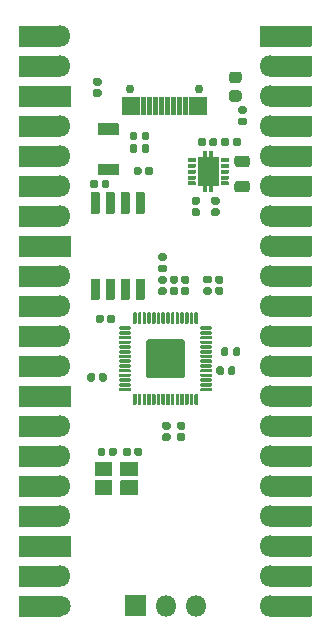
<source format=gts>
G04 #@! TF.GenerationSoftware,KiCad,Pcbnew,(5.1.10)-1*
G04 #@! TF.CreationDate,2021-06-28T05:28:15+01:00*
G04 #@! TF.ProjectId,EnvOpenPico,456e764f-7065-46e5-9069-636f2e6b6963,REV1*
G04 #@! TF.SameCoordinates,Original*
G04 #@! TF.FileFunction,Soldermask,Top*
G04 #@! TF.FilePolarity,Negative*
%FSLAX46Y46*%
G04 Gerber Fmt 4.6, Leading zero omitted, Abs format (unit mm)*
G04 Created by KiCad (PCBNEW (5.1.10)-1) date 2021-06-28 05:28:15*
%MOMM*%
%LPD*%
G01*
G04 APERTURE LIST*
%ADD10C,0.150000*%
%ADD11O,1.802000X1.802000*%
%ADD12C,1.802000*%
%ADD13C,0.752000*%
G04 APERTURE END LIST*
G36*
G01*
X101959000Y-70310500D02*
X101959000Y-69919500D01*
G75*
G02*
X102124500Y-69754000I165500J0D01*
G01*
X102455500Y-69754000D01*
G75*
G02*
X102621000Y-69919500I0J-165500D01*
G01*
X102621000Y-70310500D01*
G75*
G02*
X102455500Y-70476000I-165500J0D01*
G01*
X102124500Y-70476000D01*
G75*
G02*
X101959000Y-70310500I0J165500D01*
G01*
G37*
G36*
G01*
X100999000Y-70310500D02*
X100999000Y-69919500D01*
G75*
G02*
X101164500Y-69754000I165500J0D01*
G01*
X101495500Y-69754000D01*
G75*
G02*
X101661000Y-69919500I0J-165500D01*
G01*
X101661000Y-70310500D01*
G75*
G02*
X101495500Y-70476000I-165500J0D01*
G01*
X101164500Y-70476000D01*
G75*
G02*
X100999000Y-70310500I0J165500D01*
G01*
G37*
G36*
G01*
X98070001Y-73726000D02*
X97419999Y-73726000D01*
G75*
G02*
X97369000Y-73675001I0J50999D01*
G01*
X97369000Y-71974999D01*
G75*
G02*
X97419999Y-71924000I50999J0D01*
G01*
X98070001Y-71924000D01*
G75*
G02*
X98121000Y-71974999I0J-50999D01*
G01*
X98121000Y-73675001D01*
G75*
G02*
X98070001Y-73726000I-50999J0D01*
G01*
G37*
G36*
G01*
X99340001Y-73726000D02*
X98689999Y-73726000D01*
G75*
G02*
X98639000Y-73675001I0J50999D01*
G01*
X98639000Y-71974999D01*
G75*
G02*
X98689999Y-71924000I50999J0D01*
G01*
X99340001Y-71924000D01*
G75*
G02*
X99391000Y-71974999I0J-50999D01*
G01*
X99391000Y-73675001D01*
G75*
G02*
X99340001Y-73726000I-50999J0D01*
G01*
G37*
G36*
G01*
X100610001Y-73726000D02*
X99959999Y-73726000D01*
G75*
G02*
X99909000Y-73675001I0J50999D01*
G01*
X99909000Y-71974999D01*
G75*
G02*
X99959999Y-71924000I50999J0D01*
G01*
X100610001Y-71924000D01*
G75*
G02*
X100661000Y-71974999I0J-50999D01*
G01*
X100661000Y-73675001D01*
G75*
G02*
X100610001Y-73726000I-50999J0D01*
G01*
G37*
G36*
G01*
X101880001Y-73726000D02*
X101229999Y-73726000D01*
G75*
G02*
X101179000Y-73675001I0J50999D01*
G01*
X101179000Y-71974999D01*
G75*
G02*
X101229999Y-71924000I50999J0D01*
G01*
X101880001Y-71924000D01*
G75*
G02*
X101931000Y-71974999I0J-50999D01*
G01*
X101931000Y-73675001D01*
G75*
G02*
X101880001Y-73726000I-50999J0D01*
G01*
G37*
G36*
G01*
X101880001Y-81026000D02*
X101229999Y-81026000D01*
G75*
G02*
X101179000Y-80975001I0J50999D01*
G01*
X101179000Y-79274999D01*
G75*
G02*
X101229999Y-79224000I50999J0D01*
G01*
X101880001Y-79224000D01*
G75*
G02*
X101931000Y-79274999I0J-50999D01*
G01*
X101931000Y-80975001D01*
G75*
G02*
X101880001Y-81026000I-50999J0D01*
G01*
G37*
G36*
G01*
X100610001Y-81026000D02*
X99959999Y-81026000D01*
G75*
G02*
X99909000Y-80975001I0J50999D01*
G01*
X99909000Y-79274999D01*
G75*
G02*
X99959999Y-79224000I50999J0D01*
G01*
X100610001Y-79224000D01*
G75*
G02*
X100661000Y-79274999I0J-50999D01*
G01*
X100661000Y-80975001D01*
G75*
G02*
X100610001Y-81026000I-50999J0D01*
G01*
G37*
G36*
G01*
X99340001Y-81026000D02*
X98689999Y-81026000D01*
G75*
G02*
X98639000Y-80975001I0J50999D01*
G01*
X98639000Y-79274999D01*
G75*
G02*
X98689999Y-79224000I50999J0D01*
G01*
X99340001Y-79224000D01*
G75*
G02*
X99391000Y-79274999I0J-50999D01*
G01*
X99391000Y-80975001D01*
G75*
G02*
X99340001Y-81026000I-50999J0D01*
G01*
G37*
G36*
G01*
X98070001Y-81026000D02*
X97419999Y-81026000D01*
G75*
G02*
X97369000Y-80975001I0J50999D01*
G01*
X97369000Y-79274999D01*
G75*
G02*
X97419999Y-79224000I50999J0D01*
G01*
X98070001Y-79224000D01*
G75*
G02*
X98121000Y-79274999I0J-50999D01*
G01*
X98121000Y-80975001D01*
G75*
G02*
X98070001Y-81026000I-50999J0D01*
G01*
G37*
G36*
G01*
X109414000Y-67885500D02*
X109414000Y-67464500D01*
G75*
G02*
X109574500Y-67304000I160500J0D01*
G01*
X109895500Y-67304000D01*
G75*
G02*
X110056000Y-67464500I0J-160500D01*
G01*
X110056000Y-67885500D01*
G75*
G02*
X109895500Y-68046000I-160500J0D01*
G01*
X109574500Y-68046000D01*
G75*
G02*
X109414000Y-67885500I0J160500D01*
G01*
G37*
G36*
G01*
X108394000Y-67885500D02*
X108394000Y-67464500D01*
G75*
G02*
X108554500Y-67304000I160500J0D01*
G01*
X108875500Y-67304000D01*
G75*
G02*
X109036000Y-67464500I0J-160500D01*
G01*
X109036000Y-67885500D01*
G75*
G02*
X108875500Y-68046000I-160500J0D01*
G01*
X108554500Y-68046000D01*
G75*
G02*
X108394000Y-67885500I0J160500D01*
G01*
G37*
G36*
G01*
X109768250Y-70949000D02*
X110581750Y-70949000D01*
G75*
G02*
X110826000Y-71193250I0J-244250D01*
G01*
X110826000Y-71681750D01*
G75*
G02*
X110581750Y-71926000I-244250J0D01*
G01*
X109768250Y-71926000D01*
G75*
G02*
X109524000Y-71681750I0J244250D01*
G01*
X109524000Y-71193250D01*
G75*
G02*
X109768250Y-70949000I244250J0D01*
G01*
G37*
G36*
G01*
X109768250Y-68824000D02*
X110581750Y-68824000D01*
G75*
G02*
X110826000Y-69068250I0J-244250D01*
G01*
X110826000Y-69556750D01*
G75*
G02*
X110581750Y-69801000I-244250J0D01*
G01*
X109768250Y-69801000D01*
G75*
G02*
X109524000Y-69556750I0J244250D01*
G01*
X109524000Y-69068250D01*
G75*
G02*
X109768250Y-68824000I244250J0D01*
G01*
G37*
G36*
G01*
X107704500Y-73274000D02*
X108095500Y-73274000D01*
G75*
G02*
X108261000Y-73439500I0J-165500D01*
G01*
X108261000Y-73770500D01*
G75*
G02*
X108095500Y-73936000I-165500J0D01*
G01*
X107704500Y-73936000D01*
G75*
G02*
X107539000Y-73770500I0J165500D01*
G01*
X107539000Y-73439500D01*
G75*
G02*
X107704500Y-73274000I165500J0D01*
G01*
G37*
G36*
G01*
X107704500Y-72314000D02*
X108095500Y-72314000D01*
G75*
G02*
X108261000Y-72479500I0J-165500D01*
G01*
X108261000Y-72810500D01*
G75*
G02*
X108095500Y-72976000I-165500J0D01*
G01*
X107704500Y-72976000D01*
G75*
G02*
X107539000Y-72810500I0J165500D01*
G01*
X107539000Y-72479500D01*
G75*
G02*
X107704500Y-72314000I165500J0D01*
G01*
G37*
D10*
G36*
X107415050Y-71925020D02*
G01*
X107405483Y-71922118D01*
X107396666Y-71917405D01*
X107388938Y-71911062D01*
X107382595Y-71903334D01*
X107377882Y-71894517D01*
X107374980Y-71884950D01*
X107374000Y-71875000D01*
X107374000Y-71426000D01*
X107226000Y-71426000D01*
X107226000Y-71875000D01*
X107225020Y-71884950D01*
X107222118Y-71894517D01*
X107217405Y-71903334D01*
X107211062Y-71911062D01*
X107203334Y-71917405D01*
X107194517Y-71922118D01*
X107184950Y-71925020D01*
X107175000Y-71926000D01*
X106925000Y-71926000D01*
X106915050Y-71925020D01*
X106905483Y-71922118D01*
X106896666Y-71917405D01*
X106888938Y-71911062D01*
X106882595Y-71903334D01*
X106877882Y-71894517D01*
X106874980Y-71884950D01*
X106874000Y-71875000D01*
X106874000Y-71426000D01*
X106475000Y-71426000D01*
X106465050Y-71425020D01*
X106455483Y-71422118D01*
X106446666Y-71417405D01*
X106438938Y-71411062D01*
X106432595Y-71403334D01*
X106427882Y-71394517D01*
X106424980Y-71384950D01*
X106424000Y-71375000D01*
X106424000Y-68975000D01*
X106424980Y-68965050D01*
X106427882Y-68955483D01*
X106432595Y-68946666D01*
X106438938Y-68938938D01*
X106446666Y-68932595D01*
X106455483Y-68927882D01*
X106465050Y-68924980D01*
X106475000Y-68924000D01*
X106874000Y-68924000D01*
X106874000Y-68475000D01*
X106874980Y-68465050D01*
X106877882Y-68455483D01*
X106882595Y-68446666D01*
X106888938Y-68438938D01*
X106896666Y-68432595D01*
X106905483Y-68427882D01*
X106915050Y-68424980D01*
X106925000Y-68424000D01*
X107175000Y-68424000D01*
X107184950Y-68424980D01*
X107194517Y-68427882D01*
X107203334Y-68432595D01*
X107211062Y-68438938D01*
X107217405Y-68446666D01*
X107222118Y-68455483D01*
X107225020Y-68465050D01*
X107226000Y-68475000D01*
X107226000Y-68924000D01*
X107374000Y-68924000D01*
X107374000Y-68475000D01*
X107374980Y-68465050D01*
X107377882Y-68455483D01*
X107382595Y-68446666D01*
X107388938Y-68438938D01*
X107396666Y-68432595D01*
X107405483Y-68427882D01*
X107415050Y-68424980D01*
X107425000Y-68424000D01*
X107675000Y-68424000D01*
X107684950Y-68424980D01*
X107694517Y-68427882D01*
X107703334Y-68432595D01*
X107711062Y-68438938D01*
X107717405Y-68446666D01*
X107722118Y-68455483D01*
X107725020Y-68465050D01*
X107726000Y-68475000D01*
X107726000Y-68924000D01*
X108125000Y-68924000D01*
X108134950Y-68924980D01*
X108144517Y-68927882D01*
X108153334Y-68932595D01*
X108161062Y-68938938D01*
X108167405Y-68946666D01*
X108172118Y-68955483D01*
X108175020Y-68965050D01*
X108176000Y-68975000D01*
X108176000Y-71375000D01*
X108175020Y-71384950D01*
X108172118Y-71394517D01*
X108167405Y-71403334D01*
X108161062Y-71411062D01*
X108153334Y-71417405D01*
X108144517Y-71422118D01*
X108134950Y-71425020D01*
X108125000Y-71426000D01*
X107726000Y-71426000D01*
X107726000Y-71875000D01*
X107725020Y-71884950D01*
X107722118Y-71894517D01*
X107717405Y-71903334D01*
X107711062Y-71911062D01*
X107703334Y-71917405D01*
X107694517Y-71922118D01*
X107684950Y-71925020D01*
X107675000Y-71926000D01*
X107425000Y-71926000D01*
X107415050Y-71925020D01*
G37*
G36*
G01*
X106251000Y-71055000D02*
X106251000Y-71295000D01*
G75*
G02*
X106200000Y-71346000I-51000J0D01*
G01*
X105600000Y-71346000D01*
G75*
G02*
X105549000Y-71295000I0J51000D01*
G01*
X105549000Y-71055000D01*
G75*
G02*
X105600000Y-71004000I51000J0D01*
G01*
X106200000Y-71004000D01*
G75*
G02*
X106251000Y-71055000I0J-51000D01*
G01*
G37*
G36*
G01*
X106251000Y-70555000D02*
X106251000Y-70795000D01*
G75*
G02*
X106200000Y-70846000I-51000J0D01*
G01*
X105600000Y-70846000D01*
G75*
G02*
X105549000Y-70795000I0J51000D01*
G01*
X105549000Y-70555000D01*
G75*
G02*
X105600000Y-70504000I51000J0D01*
G01*
X106200000Y-70504000D01*
G75*
G02*
X106251000Y-70555000I0J-51000D01*
G01*
G37*
G36*
G01*
X106251000Y-70055000D02*
X106251000Y-70295000D01*
G75*
G02*
X106200000Y-70346000I-51000J0D01*
G01*
X105600000Y-70346000D01*
G75*
G02*
X105549000Y-70295000I0J51000D01*
G01*
X105549000Y-70055000D01*
G75*
G02*
X105600000Y-70004000I51000J0D01*
G01*
X106200000Y-70004000D01*
G75*
G02*
X106251000Y-70055000I0J-51000D01*
G01*
G37*
G36*
G01*
X106251000Y-69555000D02*
X106251000Y-69795000D01*
G75*
G02*
X106200000Y-69846000I-51000J0D01*
G01*
X105600000Y-69846000D01*
G75*
G02*
X105549000Y-69795000I0J51000D01*
G01*
X105549000Y-69555000D01*
G75*
G02*
X105600000Y-69504000I51000J0D01*
G01*
X106200000Y-69504000D01*
G75*
G02*
X106251000Y-69555000I0J-51000D01*
G01*
G37*
G36*
G01*
X106251000Y-69055000D02*
X106251000Y-69295000D01*
G75*
G02*
X106200000Y-69346000I-51000J0D01*
G01*
X105600000Y-69346000D01*
G75*
G02*
X105549000Y-69295000I0J51000D01*
G01*
X105549000Y-69055000D01*
G75*
G02*
X105600000Y-69004000I51000J0D01*
G01*
X106200000Y-69004000D01*
G75*
G02*
X106251000Y-69055000I0J-51000D01*
G01*
G37*
G36*
G01*
X109051000Y-69055000D02*
X109051000Y-69295000D01*
G75*
G02*
X109000000Y-69346000I-51000J0D01*
G01*
X108400000Y-69346000D01*
G75*
G02*
X108349000Y-69295000I0J51000D01*
G01*
X108349000Y-69055000D01*
G75*
G02*
X108400000Y-69004000I51000J0D01*
G01*
X109000000Y-69004000D01*
G75*
G02*
X109051000Y-69055000I0J-51000D01*
G01*
G37*
G36*
G01*
X109051000Y-69555000D02*
X109051000Y-69795000D01*
G75*
G02*
X109000000Y-69846000I-51000J0D01*
G01*
X108400000Y-69846000D01*
G75*
G02*
X108349000Y-69795000I0J51000D01*
G01*
X108349000Y-69555000D01*
G75*
G02*
X108400000Y-69504000I51000J0D01*
G01*
X109000000Y-69504000D01*
G75*
G02*
X109051000Y-69555000I0J-51000D01*
G01*
G37*
G36*
G01*
X109051000Y-70055000D02*
X109051000Y-70295000D01*
G75*
G02*
X109000000Y-70346000I-51000J0D01*
G01*
X108400000Y-70346000D01*
G75*
G02*
X108349000Y-70295000I0J51000D01*
G01*
X108349000Y-70055000D01*
G75*
G02*
X108400000Y-70004000I51000J0D01*
G01*
X109000000Y-70004000D01*
G75*
G02*
X109051000Y-70055000I0J-51000D01*
G01*
G37*
G36*
G01*
X109051000Y-70555000D02*
X109051000Y-70795000D01*
G75*
G02*
X109000000Y-70846000I-51000J0D01*
G01*
X108400000Y-70846000D01*
G75*
G02*
X108349000Y-70795000I0J51000D01*
G01*
X108349000Y-70555000D01*
G75*
G02*
X108400000Y-70504000I51000J0D01*
G01*
X109000000Y-70504000D01*
G75*
G02*
X109051000Y-70555000I0J-51000D01*
G01*
G37*
G36*
G01*
X109051000Y-71055000D02*
X109051000Y-71295000D01*
G75*
G02*
X109000000Y-71346000I-51000J0D01*
G01*
X108400000Y-71346000D01*
G75*
G02*
X108349000Y-71295000I0J51000D01*
G01*
X108349000Y-71055000D01*
G75*
G02*
X108400000Y-71004000I51000J0D01*
G01*
X109000000Y-71004000D01*
G75*
G02*
X109051000Y-71055000I0J-51000D01*
G01*
G37*
G36*
G01*
X107101000Y-67479500D02*
X107101000Y-67870500D01*
G75*
G02*
X106935500Y-68036000I-165500J0D01*
G01*
X106604500Y-68036000D01*
G75*
G02*
X106439000Y-67870500I0J165500D01*
G01*
X106439000Y-67479500D01*
G75*
G02*
X106604500Y-67314000I165500J0D01*
G01*
X106935500Y-67314000D01*
G75*
G02*
X107101000Y-67479500I0J-165500D01*
G01*
G37*
G36*
G01*
X108061000Y-67479500D02*
X108061000Y-67870500D01*
G75*
G02*
X107895500Y-68036000I-165500J0D01*
G01*
X107564500Y-68036000D01*
G75*
G02*
X107399000Y-67870500I0J165500D01*
G01*
X107399000Y-67479500D01*
G75*
G02*
X107564500Y-67314000I165500J0D01*
G01*
X107895500Y-67314000D01*
G75*
G02*
X108061000Y-67479500I0J-165500D01*
G01*
G37*
G36*
G01*
X106054500Y-73274000D02*
X106445500Y-73274000D01*
G75*
G02*
X106611000Y-73439500I0J-165500D01*
G01*
X106611000Y-73770500D01*
G75*
G02*
X106445500Y-73936000I-165500J0D01*
G01*
X106054500Y-73936000D01*
G75*
G02*
X105889000Y-73770500I0J165500D01*
G01*
X105889000Y-73439500D01*
G75*
G02*
X106054500Y-73274000I165500J0D01*
G01*
G37*
G36*
G01*
X106054500Y-72314000D02*
X106445500Y-72314000D01*
G75*
G02*
X106611000Y-72479500I0J-165500D01*
G01*
X106611000Y-72810500D01*
G75*
G02*
X106445500Y-72976000I-165500J0D01*
G01*
X106054500Y-72976000D01*
G75*
G02*
X105889000Y-72810500I0J165500D01*
G01*
X105889000Y-72479500D01*
G75*
G02*
X106054500Y-72314000I165500J0D01*
G01*
G37*
G36*
G01*
X105154500Y-79949000D02*
X105545500Y-79949000D01*
G75*
G02*
X105711000Y-80114500I0J-165500D01*
G01*
X105711000Y-80445500D01*
G75*
G02*
X105545500Y-80611000I-165500J0D01*
G01*
X105154500Y-80611000D01*
G75*
G02*
X104989000Y-80445500I0J165500D01*
G01*
X104989000Y-80114500D01*
G75*
G02*
X105154500Y-79949000I165500J0D01*
G01*
G37*
G36*
G01*
X105154500Y-78989000D02*
X105545500Y-78989000D01*
G75*
G02*
X105711000Y-79154500I0J-165500D01*
G01*
X105711000Y-79485500D01*
G75*
G02*
X105545500Y-79651000I-165500J0D01*
G01*
X105154500Y-79651000D01*
G75*
G02*
X104989000Y-79485500I0J165500D01*
G01*
X104989000Y-79154500D01*
G75*
G02*
X105154500Y-78989000I165500J0D01*
G01*
G37*
G36*
G01*
X103620500Y-80636000D02*
X103229500Y-80636000D01*
G75*
G02*
X103064000Y-80470500I0J165500D01*
G01*
X103064000Y-80139500D01*
G75*
G02*
X103229500Y-79974000I165500J0D01*
G01*
X103620500Y-79974000D01*
G75*
G02*
X103786000Y-80139500I0J-165500D01*
G01*
X103786000Y-80470500D01*
G75*
G02*
X103620500Y-80636000I-165500J0D01*
G01*
G37*
G36*
G01*
X103620500Y-79676000D02*
X103229500Y-79676000D01*
G75*
G02*
X103064000Y-79510500I0J165500D01*
G01*
X103064000Y-79179500D01*
G75*
G02*
X103229500Y-79014000I165500J0D01*
G01*
X103620500Y-79014000D01*
G75*
G02*
X103786000Y-79179500I0J-165500D01*
G01*
X103786000Y-79510500D01*
G75*
G02*
X103620500Y-79676000I-165500J0D01*
G01*
G37*
G36*
G01*
X103229500Y-78044000D02*
X103620500Y-78044000D01*
G75*
G02*
X103786000Y-78209500I0J-165500D01*
G01*
X103786000Y-78540500D01*
G75*
G02*
X103620500Y-78706000I-165500J0D01*
G01*
X103229500Y-78706000D01*
G75*
G02*
X103064000Y-78540500I0J165500D01*
G01*
X103064000Y-78209500D01*
G75*
G02*
X103229500Y-78044000I165500J0D01*
G01*
G37*
G36*
G01*
X103229500Y-77084000D02*
X103620500Y-77084000D01*
G75*
G02*
X103786000Y-77249500I0J-165500D01*
G01*
X103786000Y-77580500D01*
G75*
G02*
X103620500Y-77746000I-165500J0D01*
G01*
X103229500Y-77746000D01*
G75*
G02*
X103064000Y-77580500I0J165500D01*
G01*
X103064000Y-77249500D01*
G75*
G02*
X103229500Y-77084000I165500J0D01*
G01*
G37*
G36*
G01*
X107445500Y-79646000D02*
X107054500Y-79646000D01*
G75*
G02*
X106889000Y-79480500I0J165500D01*
G01*
X106889000Y-79149500D01*
G75*
G02*
X107054500Y-78984000I165500J0D01*
G01*
X107445500Y-78984000D01*
G75*
G02*
X107611000Y-79149500I0J-165500D01*
G01*
X107611000Y-79480500D01*
G75*
G02*
X107445500Y-79646000I-165500J0D01*
G01*
G37*
G36*
G01*
X107445500Y-80606000D02*
X107054500Y-80606000D01*
G75*
G02*
X106889000Y-80440500I0J165500D01*
G01*
X106889000Y-80109500D01*
G75*
G02*
X107054500Y-79944000I165500J0D01*
G01*
X107445500Y-79944000D01*
G75*
G02*
X107611000Y-80109500I0J-165500D01*
G01*
X107611000Y-80440500D01*
G75*
G02*
X107445500Y-80606000I-165500J0D01*
G01*
G37*
G36*
G01*
X109881750Y-62686000D02*
X109318250Y-62686000D01*
G75*
G02*
X109074000Y-62441750I0J244250D01*
G01*
X109074000Y-61953250D01*
G75*
G02*
X109318250Y-61709000I244250J0D01*
G01*
X109881750Y-61709000D01*
G75*
G02*
X110126000Y-61953250I0J-244250D01*
G01*
X110126000Y-62441750D01*
G75*
G02*
X109881750Y-62686000I-244250J0D01*
G01*
G37*
G36*
G01*
X109881750Y-64261000D02*
X109318250Y-64261000D01*
G75*
G02*
X109074000Y-64016750I0J244250D01*
G01*
X109074000Y-63528250D01*
G75*
G02*
X109318250Y-63284000I244250J0D01*
G01*
X109881750Y-63284000D01*
G75*
G02*
X110126000Y-63528250I0J-244250D01*
G01*
X110126000Y-64016750D01*
G75*
G02*
X109881750Y-64261000I-244250J0D01*
G01*
G37*
D11*
X112550000Y-106985000D03*
X112550000Y-104445000D03*
X112550000Y-101905000D03*
X112550000Y-99365000D03*
X112550000Y-96825000D03*
X112550000Y-94285000D03*
X112550000Y-91745000D03*
X112550000Y-89205000D03*
X112550000Y-86665000D03*
X112550000Y-84125000D03*
X112550000Y-81585000D03*
X112550000Y-79045000D03*
X112550000Y-76505000D03*
X112550000Y-73965000D03*
X112550000Y-71425000D03*
X112550000Y-68885000D03*
X112550000Y-66345000D03*
X112550000Y-63805000D03*
X112550000Y-61265000D03*
G36*
G01*
X113451000Y-57875000D02*
X113451000Y-59575000D01*
G75*
G02*
X113400000Y-59626000I-51000J0D01*
G01*
X111700000Y-59626000D01*
G75*
G02*
X111649000Y-59575000I0J51000D01*
G01*
X111649000Y-57875000D01*
G75*
G02*
X111700000Y-57824000I51000J0D01*
G01*
X113400000Y-57824000D01*
G75*
G02*
X113451000Y-57875000I0J-51000D01*
G01*
G37*
G36*
G01*
X116051000Y-98515000D02*
X116051000Y-100215000D01*
G75*
G02*
X116000000Y-100266000I-51000J0D01*
G01*
X112500000Y-100266000D01*
G75*
G02*
X112449000Y-100215000I0J51000D01*
G01*
X112449000Y-98515000D01*
G75*
G02*
X112500000Y-98464000I51000J0D01*
G01*
X116000000Y-98464000D01*
G75*
G02*
X116051000Y-98515000I0J-51000D01*
G01*
G37*
G36*
G01*
X116051000Y-101055000D02*
X116051000Y-102755000D01*
G75*
G02*
X116000000Y-102806000I-51000J0D01*
G01*
X112500000Y-102806000D01*
G75*
G02*
X112449000Y-102755000I0J51000D01*
G01*
X112449000Y-101055000D01*
G75*
G02*
X112500000Y-101004000I51000J0D01*
G01*
X116000000Y-101004000D01*
G75*
G02*
X116051000Y-101055000I0J-51000D01*
G01*
G37*
G36*
G01*
X116051000Y-95975000D02*
X116051000Y-97675000D01*
G75*
G02*
X116000000Y-97726000I-51000J0D01*
G01*
X112500000Y-97726000D01*
G75*
G02*
X112449000Y-97675000I0J51000D01*
G01*
X112449000Y-95975000D01*
G75*
G02*
X112500000Y-95924000I51000J0D01*
G01*
X116000000Y-95924000D01*
G75*
G02*
X116051000Y-95975000I0J-51000D01*
G01*
G37*
G36*
G01*
X116051000Y-103595000D02*
X116051000Y-105295000D01*
G75*
G02*
X116000000Y-105346000I-51000J0D01*
G01*
X112500000Y-105346000D01*
G75*
G02*
X112449000Y-105295000I0J51000D01*
G01*
X112449000Y-103595000D01*
G75*
G02*
X112500000Y-103544000I51000J0D01*
G01*
X116000000Y-103544000D01*
G75*
G02*
X116051000Y-103595000I0J-51000D01*
G01*
G37*
G36*
G01*
X116051000Y-93435000D02*
X116051000Y-95135000D01*
G75*
G02*
X116000000Y-95186000I-51000J0D01*
G01*
X112500000Y-95186000D01*
G75*
G02*
X112449000Y-95135000I0J51000D01*
G01*
X112449000Y-93435000D01*
G75*
G02*
X112500000Y-93384000I51000J0D01*
G01*
X116000000Y-93384000D01*
G75*
G02*
X116051000Y-93435000I0J-51000D01*
G01*
G37*
G36*
G01*
X116051000Y-106135000D02*
X116051000Y-107835000D01*
G75*
G02*
X116000000Y-107886000I-51000J0D01*
G01*
X112500000Y-107886000D01*
G75*
G02*
X112449000Y-107835000I0J51000D01*
G01*
X112449000Y-106135000D01*
G75*
G02*
X112500000Y-106084000I51000J0D01*
G01*
X116000000Y-106084000D01*
G75*
G02*
X116051000Y-106135000I0J-51000D01*
G01*
G37*
G36*
G01*
X116051000Y-85815000D02*
X116051000Y-87515000D01*
G75*
G02*
X116000000Y-87566000I-51000J0D01*
G01*
X112500000Y-87566000D01*
G75*
G02*
X112449000Y-87515000I0J51000D01*
G01*
X112449000Y-85815000D01*
G75*
G02*
X112500000Y-85764000I51000J0D01*
G01*
X116000000Y-85764000D01*
G75*
G02*
X116051000Y-85815000I0J-51000D01*
G01*
G37*
G36*
G01*
X116051000Y-90895000D02*
X116051000Y-92595000D01*
G75*
G02*
X116000000Y-92646000I-51000J0D01*
G01*
X112500000Y-92646000D01*
G75*
G02*
X112449000Y-92595000I0J51000D01*
G01*
X112449000Y-90895000D01*
G75*
G02*
X112500000Y-90844000I51000J0D01*
G01*
X116000000Y-90844000D01*
G75*
G02*
X116051000Y-90895000I0J-51000D01*
G01*
G37*
G36*
G01*
X116051000Y-83275000D02*
X116051000Y-84975000D01*
G75*
G02*
X116000000Y-85026000I-51000J0D01*
G01*
X112500000Y-85026000D01*
G75*
G02*
X112449000Y-84975000I0J51000D01*
G01*
X112449000Y-83275000D01*
G75*
G02*
X112500000Y-83224000I51000J0D01*
G01*
X116000000Y-83224000D01*
G75*
G02*
X116051000Y-83275000I0J-51000D01*
G01*
G37*
G36*
G01*
X116051000Y-73115000D02*
X116051000Y-74815000D01*
G75*
G02*
X116000000Y-74866000I-51000J0D01*
G01*
X112500000Y-74866000D01*
G75*
G02*
X112449000Y-74815000I0J51000D01*
G01*
X112449000Y-73115000D01*
G75*
G02*
X112500000Y-73064000I51000J0D01*
G01*
X116000000Y-73064000D01*
G75*
G02*
X116051000Y-73115000I0J-51000D01*
G01*
G37*
G36*
G01*
X116051000Y-70575000D02*
X116051000Y-72275000D01*
G75*
G02*
X116000000Y-72326000I-51000J0D01*
G01*
X112500000Y-72326000D01*
G75*
G02*
X112449000Y-72275000I0J51000D01*
G01*
X112449000Y-70575000D01*
G75*
G02*
X112500000Y-70524000I51000J0D01*
G01*
X116000000Y-70524000D01*
G75*
G02*
X116051000Y-70575000I0J-51000D01*
G01*
G37*
G36*
G01*
X116051000Y-68035000D02*
X116051000Y-69735000D01*
G75*
G02*
X116000000Y-69786000I-51000J0D01*
G01*
X112500000Y-69786000D01*
G75*
G02*
X112449000Y-69735000I0J51000D01*
G01*
X112449000Y-68035000D01*
G75*
G02*
X112500000Y-67984000I51000J0D01*
G01*
X116000000Y-67984000D01*
G75*
G02*
X116051000Y-68035000I0J-51000D01*
G01*
G37*
G36*
G01*
X116051000Y-60415000D02*
X116051000Y-62115000D01*
G75*
G02*
X116000000Y-62166000I-51000J0D01*
G01*
X112500000Y-62166000D01*
G75*
G02*
X112449000Y-62115000I0J51000D01*
G01*
X112449000Y-60415000D01*
G75*
G02*
X112500000Y-60364000I51000J0D01*
G01*
X116000000Y-60364000D01*
G75*
G02*
X116051000Y-60415000I0J-51000D01*
G01*
G37*
G36*
G01*
X116051000Y-88355000D02*
X116051000Y-90055000D01*
G75*
G02*
X116000000Y-90106000I-51000J0D01*
G01*
X112500000Y-90106000D01*
G75*
G02*
X112449000Y-90055000I0J51000D01*
G01*
X112449000Y-88355000D01*
G75*
G02*
X112500000Y-88304000I51000J0D01*
G01*
X116000000Y-88304000D01*
G75*
G02*
X116051000Y-88355000I0J-51000D01*
G01*
G37*
G36*
G01*
X116051000Y-75655000D02*
X116051000Y-77355000D01*
G75*
G02*
X116000000Y-77406000I-51000J0D01*
G01*
X112500000Y-77406000D01*
G75*
G02*
X112449000Y-77355000I0J51000D01*
G01*
X112449000Y-75655000D01*
G75*
G02*
X112500000Y-75604000I51000J0D01*
G01*
X116000000Y-75604000D01*
G75*
G02*
X116051000Y-75655000I0J-51000D01*
G01*
G37*
G36*
G01*
X116051000Y-62955000D02*
X116051000Y-64655000D01*
G75*
G02*
X116000000Y-64706000I-51000J0D01*
G01*
X112500000Y-64706000D01*
G75*
G02*
X112449000Y-64655000I0J51000D01*
G01*
X112449000Y-62955000D01*
G75*
G02*
X112500000Y-62904000I51000J0D01*
G01*
X116000000Y-62904000D01*
G75*
G02*
X116051000Y-62955000I0J-51000D01*
G01*
G37*
G36*
G01*
X116051000Y-57875000D02*
X116051000Y-59575000D01*
G75*
G02*
X116000000Y-59626000I-51000J0D01*
G01*
X112500000Y-59626000D01*
G75*
G02*
X112449000Y-59575000I0J51000D01*
G01*
X112449000Y-57875000D01*
G75*
G02*
X112500000Y-57824000I51000J0D01*
G01*
X116000000Y-57824000D01*
G75*
G02*
X116051000Y-57875000I0J-51000D01*
G01*
G37*
G36*
G01*
X116051000Y-78195000D02*
X116051000Y-79895000D01*
G75*
G02*
X116000000Y-79946000I-51000J0D01*
G01*
X112500000Y-79946000D01*
G75*
G02*
X112449000Y-79895000I0J51000D01*
G01*
X112449000Y-78195000D01*
G75*
G02*
X112500000Y-78144000I51000J0D01*
G01*
X116000000Y-78144000D01*
G75*
G02*
X116051000Y-78195000I0J-51000D01*
G01*
G37*
G36*
G01*
X116051000Y-65495000D02*
X116051000Y-67195000D01*
G75*
G02*
X116000000Y-67246000I-51000J0D01*
G01*
X112500000Y-67246000D01*
G75*
G02*
X112449000Y-67195000I0J51000D01*
G01*
X112449000Y-65495000D01*
G75*
G02*
X112500000Y-65444000I51000J0D01*
G01*
X116000000Y-65444000D01*
G75*
G02*
X116051000Y-65495000I0J-51000D01*
G01*
G37*
G36*
G01*
X116051000Y-80735000D02*
X116051000Y-82435000D01*
G75*
G02*
X116000000Y-82486000I-51000J0D01*
G01*
X112500000Y-82486000D01*
G75*
G02*
X112449000Y-82435000I0J51000D01*
G01*
X112449000Y-80735000D01*
G75*
G02*
X112500000Y-80684000I51000J0D01*
G01*
X116000000Y-80684000D01*
G75*
G02*
X116051000Y-80735000I0J-51000D01*
G01*
G37*
X94750000Y-58725000D03*
X94750000Y-61265000D03*
G36*
G01*
X93849000Y-64655000D02*
X93849000Y-62955000D01*
G75*
G02*
X93900000Y-62904000I51000J0D01*
G01*
X95600000Y-62904000D01*
G75*
G02*
X95651000Y-62955000I0J-51000D01*
G01*
X95651000Y-64655000D01*
G75*
G02*
X95600000Y-64706000I-51000J0D01*
G01*
X93900000Y-64706000D01*
G75*
G02*
X93849000Y-64655000I0J51000D01*
G01*
G37*
X94750000Y-66345000D03*
X94750000Y-68885000D03*
X94750000Y-71425000D03*
X94750000Y-73965000D03*
G36*
G01*
X93849000Y-77355000D02*
X93849000Y-75655000D01*
G75*
G02*
X93900000Y-75604000I51000J0D01*
G01*
X95600000Y-75604000D01*
G75*
G02*
X95651000Y-75655000I0J-51000D01*
G01*
X95651000Y-77355000D01*
G75*
G02*
X95600000Y-77406000I-51000J0D01*
G01*
X93900000Y-77406000D01*
G75*
G02*
X93849000Y-77355000I0J51000D01*
G01*
G37*
X94750000Y-79045000D03*
X94750000Y-81585000D03*
X94750000Y-84125000D03*
X94750000Y-86665000D03*
G36*
G01*
X93849000Y-90055000D02*
X93849000Y-88355000D01*
G75*
G02*
X93900000Y-88304000I51000J0D01*
G01*
X95600000Y-88304000D01*
G75*
G02*
X95651000Y-88355000I0J-51000D01*
G01*
X95651000Y-90055000D01*
G75*
G02*
X95600000Y-90106000I-51000J0D01*
G01*
X93900000Y-90106000D01*
G75*
G02*
X93849000Y-90055000I0J51000D01*
G01*
G37*
X94750000Y-91745000D03*
X94750000Y-94285000D03*
X94750000Y-96825000D03*
X94750000Y-99365000D03*
G36*
G01*
X93849000Y-102755000D02*
X93849000Y-101055000D01*
G75*
G02*
X93900000Y-101004000I51000J0D01*
G01*
X95600000Y-101004000D01*
G75*
G02*
X95651000Y-101055000I0J-51000D01*
G01*
X95651000Y-102755000D01*
G75*
G02*
X95600000Y-102806000I-51000J0D01*
G01*
X93900000Y-102806000D01*
G75*
G02*
X93849000Y-102755000I0J51000D01*
G01*
G37*
X94750000Y-104445000D03*
D12*
X94750000Y-106985000D03*
G36*
G01*
X91249000Y-105295000D02*
X91249000Y-103595000D01*
G75*
G02*
X91300000Y-103544000I51000J0D01*
G01*
X94800000Y-103544000D01*
G75*
G02*
X94851000Y-103595000I0J-51000D01*
G01*
X94851000Y-105295000D01*
G75*
G02*
X94800000Y-105346000I-51000J0D01*
G01*
X91300000Y-105346000D01*
G75*
G02*
X91249000Y-105295000I0J51000D01*
G01*
G37*
G36*
G01*
X91249000Y-74815000D02*
X91249000Y-73115000D01*
G75*
G02*
X91300000Y-73064000I51000J0D01*
G01*
X94800000Y-73064000D01*
G75*
G02*
X94851000Y-73115000I0J-51000D01*
G01*
X94851000Y-74815000D01*
G75*
G02*
X94800000Y-74866000I-51000J0D01*
G01*
X91300000Y-74866000D01*
G75*
G02*
X91249000Y-74815000I0J51000D01*
G01*
G37*
G36*
G01*
X91249000Y-100215000D02*
X91249000Y-98515000D01*
G75*
G02*
X91300000Y-98464000I51000J0D01*
G01*
X94800000Y-98464000D01*
G75*
G02*
X94851000Y-98515000I0J-51000D01*
G01*
X94851000Y-100215000D01*
G75*
G02*
X94800000Y-100266000I-51000J0D01*
G01*
X91300000Y-100266000D01*
G75*
G02*
X91249000Y-100215000I0J51000D01*
G01*
G37*
G36*
G01*
X91249000Y-95135000D02*
X91249000Y-93435000D01*
G75*
G02*
X91300000Y-93384000I51000J0D01*
G01*
X94800000Y-93384000D01*
G75*
G02*
X94851000Y-93435000I0J-51000D01*
G01*
X94851000Y-95135000D01*
G75*
G02*
X94800000Y-95186000I-51000J0D01*
G01*
X91300000Y-95186000D01*
G75*
G02*
X91249000Y-95135000I0J51000D01*
G01*
G37*
G36*
G01*
X91249000Y-90055000D02*
X91249000Y-88355000D01*
G75*
G02*
X91300000Y-88304000I51000J0D01*
G01*
X94800000Y-88304000D01*
G75*
G02*
X94851000Y-88355000I0J-51000D01*
G01*
X94851000Y-90055000D01*
G75*
G02*
X94800000Y-90106000I-51000J0D01*
G01*
X91300000Y-90106000D01*
G75*
G02*
X91249000Y-90055000I0J51000D01*
G01*
G37*
G36*
G01*
X91249000Y-87515000D02*
X91249000Y-85815000D01*
G75*
G02*
X91300000Y-85764000I51000J0D01*
G01*
X94800000Y-85764000D01*
G75*
G02*
X94851000Y-85815000I0J-51000D01*
G01*
X94851000Y-87515000D01*
G75*
G02*
X94800000Y-87566000I-51000J0D01*
G01*
X91300000Y-87566000D01*
G75*
G02*
X91249000Y-87515000I0J51000D01*
G01*
G37*
G36*
G01*
X91249000Y-72275000D02*
X91249000Y-70575000D01*
G75*
G02*
X91300000Y-70524000I51000J0D01*
G01*
X94800000Y-70524000D01*
G75*
G02*
X94851000Y-70575000I0J-51000D01*
G01*
X94851000Y-72275000D01*
G75*
G02*
X94800000Y-72326000I-51000J0D01*
G01*
X91300000Y-72326000D01*
G75*
G02*
X91249000Y-72275000I0J51000D01*
G01*
G37*
G36*
G01*
X91259000Y-79895000D02*
X91259000Y-78195000D01*
G75*
G02*
X91310000Y-78144000I51000J0D01*
G01*
X94810000Y-78144000D01*
G75*
G02*
X94861000Y-78195000I0J-51000D01*
G01*
X94861000Y-79895000D01*
G75*
G02*
X94810000Y-79946000I-51000J0D01*
G01*
X91310000Y-79946000D01*
G75*
G02*
X91259000Y-79895000I0J51000D01*
G01*
G37*
G36*
G01*
X91249000Y-69735000D02*
X91249000Y-68035000D01*
G75*
G02*
X91300000Y-67984000I51000J0D01*
G01*
X94800000Y-67984000D01*
G75*
G02*
X94851000Y-68035000I0J-51000D01*
G01*
X94851000Y-69735000D01*
G75*
G02*
X94800000Y-69786000I-51000J0D01*
G01*
X91300000Y-69786000D01*
G75*
G02*
X91249000Y-69735000I0J51000D01*
G01*
G37*
G36*
G01*
X91249000Y-62105000D02*
X91249000Y-60405000D01*
G75*
G02*
X91300000Y-60354000I51000J0D01*
G01*
X94800000Y-60354000D01*
G75*
G02*
X94851000Y-60405000I0J-51000D01*
G01*
X94851000Y-62105000D01*
G75*
G02*
X94800000Y-62156000I-51000J0D01*
G01*
X91300000Y-62156000D01*
G75*
G02*
X91249000Y-62105000I0J51000D01*
G01*
G37*
G36*
G01*
X91249000Y-67185000D02*
X91249000Y-65485000D01*
G75*
G02*
X91300000Y-65434000I51000J0D01*
G01*
X94800000Y-65434000D01*
G75*
G02*
X94851000Y-65485000I0J-51000D01*
G01*
X94851000Y-67185000D01*
G75*
G02*
X94800000Y-67236000I-51000J0D01*
G01*
X91300000Y-67236000D01*
G75*
G02*
X91249000Y-67185000I0J51000D01*
G01*
G37*
G36*
G01*
X91239000Y-92595000D02*
X91239000Y-90895000D01*
G75*
G02*
X91290000Y-90844000I51000J0D01*
G01*
X94790000Y-90844000D01*
G75*
G02*
X94841000Y-90895000I0J-51000D01*
G01*
X94841000Y-92595000D01*
G75*
G02*
X94790000Y-92646000I-51000J0D01*
G01*
X91290000Y-92646000D01*
G75*
G02*
X91239000Y-92595000I0J51000D01*
G01*
G37*
G36*
G01*
X91249000Y-97675000D02*
X91249000Y-95975000D01*
G75*
G02*
X91300000Y-95924000I51000J0D01*
G01*
X94800000Y-95924000D01*
G75*
G02*
X94851000Y-95975000I0J-51000D01*
G01*
X94851000Y-97675000D01*
G75*
G02*
X94800000Y-97726000I-51000J0D01*
G01*
X91300000Y-97726000D01*
G75*
G02*
X91249000Y-97675000I0J51000D01*
G01*
G37*
G36*
G01*
X91249000Y-82435000D02*
X91249000Y-80735000D01*
G75*
G02*
X91300000Y-80684000I51000J0D01*
G01*
X94800000Y-80684000D01*
G75*
G02*
X94851000Y-80735000I0J-51000D01*
G01*
X94851000Y-82435000D01*
G75*
G02*
X94800000Y-82486000I-51000J0D01*
G01*
X91300000Y-82486000D01*
G75*
G02*
X91249000Y-82435000I0J51000D01*
G01*
G37*
G36*
G01*
X91249000Y-77355000D02*
X91249000Y-75655000D01*
G75*
G02*
X91300000Y-75604000I51000J0D01*
G01*
X94800000Y-75604000D01*
G75*
G02*
X94851000Y-75655000I0J-51000D01*
G01*
X94851000Y-77355000D01*
G75*
G02*
X94800000Y-77406000I-51000J0D01*
G01*
X91300000Y-77406000D01*
G75*
G02*
X91249000Y-77355000I0J51000D01*
G01*
G37*
G36*
G01*
X91249000Y-107835000D02*
X91249000Y-106135000D01*
G75*
G02*
X91300000Y-106084000I51000J0D01*
G01*
X94800000Y-106084000D01*
G75*
G02*
X94851000Y-106135000I0J-51000D01*
G01*
X94851000Y-107835000D01*
G75*
G02*
X94800000Y-107886000I-51000J0D01*
G01*
X91300000Y-107886000D01*
G75*
G02*
X91249000Y-107835000I0J51000D01*
G01*
G37*
G36*
G01*
X91249000Y-84975000D02*
X91249000Y-83275000D01*
G75*
G02*
X91300000Y-83224000I51000J0D01*
G01*
X94800000Y-83224000D01*
G75*
G02*
X94851000Y-83275000I0J-51000D01*
G01*
X94851000Y-84975000D01*
G75*
G02*
X94800000Y-85026000I-51000J0D01*
G01*
X91300000Y-85026000D01*
G75*
G02*
X91249000Y-84975000I0J51000D01*
G01*
G37*
G36*
G01*
X91249000Y-64655000D02*
X91249000Y-62955000D01*
G75*
G02*
X91300000Y-62904000I51000J0D01*
G01*
X94800000Y-62904000D01*
G75*
G02*
X94851000Y-62955000I0J-51000D01*
G01*
X94851000Y-64655000D01*
G75*
G02*
X94800000Y-64706000I-51000J0D01*
G01*
X91300000Y-64706000D01*
G75*
G02*
X91249000Y-64655000I0J51000D01*
G01*
G37*
G36*
G01*
X91249000Y-102755000D02*
X91249000Y-101055000D01*
G75*
G02*
X91300000Y-101004000I51000J0D01*
G01*
X94800000Y-101004000D01*
G75*
G02*
X94851000Y-101055000I0J-51000D01*
G01*
X94851000Y-102755000D01*
G75*
G02*
X94800000Y-102806000I-51000J0D01*
G01*
X91300000Y-102806000D01*
G75*
G02*
X91249000Y-102755000I0J51000D01*
G01*
G37*
G36*
G01*
X91249000Y-59575000D02*
X91249000Y-57875000D01*
G75*
G02*
X91300000Y-57824000I51000J0D01*
G01*
X94800000Y-57824000D01*
G75*
G02*
X94851000Y-57875000I0J-51000D01*
G01*
X94851000Y-59575000D01*
G75*
G02*
X94800000Y-59626000I-51000J0D01*
G01*
X91300000Y-59626000D01*
G75*
G02*
X91249000Y-59575000I0J51000D01*
G01*
G37*
G36*
G01*
X100726000Y-63895000D02*
X100726000Y-65345000D01*
G75*
G02*
X100675000Y-65396000I-51000J0D01*
G01*
X100075000Y-65396000D01*
G75*
G02*
X100024000Y-65345000I0J51000D01*
G01*
X100024000Y-63895000D01*
G75*
G02*
X100075000Y-63844000I51000J0D01*
G01*
X100675000Y-63844000D01*
G75*
G02*
X100726000Y-63895000I0J-51000D01*
G01*
G37*
G36*
G01*
X107176000Y-63895000D02*
X107176000Y-65345000D01*
G75*
G02*
X107125000Y-65396000I-51000J0D01*
G01*
X106525000Y-65396000D01*
G75*
G02*
X106474000Y-65345000I0J51000D01*
G01*
X106474000Y-63895000D01*
G75*
G02*
X106525000Y-63844000I51000J0D01*
G01*
X107125000Y-63844000D01*
G75*
G02*
X107176000Y-63895000I0J-51000D01*
G01*
G37*
G36*
G01*
X101501000Y-63895000D02*
X101501000Y-65345000D01*
G75*
G02*
X101450000Y-65396000I-51000J0D01*
G01*
X100850000Y-65396000D01*
G75*
G02*
X100799000Y-65345000I0J51000D01*
G01*
X100799000Y-63895000D01*
G75*
G02*
X100850000Y-63844000I51000J0D01*
G01*
X101450000Y-63844000D01*
G75*
G02*
X101501000Y-63895000I0J-51000D01*
G01*
G37*
G36*
G01*
X106401000Y-63895000D02*
X106401000Y-65345000D01*
G75*
G02*
X106350000Y-65396000I-51000J0D01*
G01*
X105750000Y-65396000D01*
G75*
G02*
X105699000Y-65345000I0J51000D01*
G01*
X105699000Y-63895000D01*
G75*
G02*
X105750000Y-63844000I51000J0D01*
G01*
X106350000Y-63844000D01*
G75*
G02*
X106401000Y-63895000I0J-51000D01*
G01*
G37*
G36*
G01*
X105551000Y-63895000D02*
X105551000Y-65345000D01*
G75*
G02*
X105500000Y-65396000I-51000J0D01*
G01*
X105200000Y-65396000D01*
G75*
G02*
X105149000Y-65345000I0J51000D01*
G01*
X105149000Y-63895000D01*
G75*
G02*
X105200000Y-63844000I51000J0D01*
G01*
X105500000Y-63844000D01*
G75*
G02*
X105551000Y-63895000I0J-51000D01*
G01*
G37*
G36*
G01*
X102051000Y-63895000D02*
X102051000Y-65345000D01*
G75*
G02*
X102000000Y-65396000I-51000J0D01*
G01*
X101700000Y-65396000D01*
G75*
G02*
X101649000Y-65345000I0J51000D01*
G01*
X101649000Y-63895000D01*
G75*
G02*
X101700000Y-63844000I51000J0D01*
G01*
X102000000Y-63844000D01*
G75*
G02*
X102051000Y-63895000I0J-51000D01*
G01*
G37*
G36*
G01*
X105051000Y-63895000D02*
X105051000Y-65345000D01*
G75*
G02*
X105000000Y-65396000I-51000J0D01*
G01*
X104700000Y-65396000D01*
G75*
G02*
X104649000Y-65345000I0J51000D01*
G01*
X104649000Y-63895000D01*
G75*
G02*
X104700000Y-63844000I51000J0D01*
G01*
X105000000Y-63844000D01*
G75*
G02*
X105051000Y-63895000I0J-51000D01*
G01*
G37*
G36*
G01*
X102551000Y-63895000D02*
X102551000Y-65345000D01*
G75*
G02*
X102500000Y-65396000I-51000J0D01*
G01*
X102200000Y-65396000D01*
G75*
G02*
X102149000Y-65345000I0J51000D01*
G01*
X102149000Y-63895000D01*
G75*
G02*
X102200000Y-63844000I51000J0D01*
G01*
X102500000Y-63844000D01*
G75*
G02*
X102551000Y-63895000I0J-51000D01*
G01*
G37*
G36*
G01*
X104551000Y-63895000D02*
X104551000Y-65345000D01*
G75*
G02*
X104500000Y-65396000I-51000J0D01*
G01*
X104200000Y-65396000D01*
G75*
G02*
X104149000Y-65345000I0J51000D01*
G01*
X104149000Y-63895000D01*
G75*
G02*
X104200000Y-63844000I51000J0D01*
G01*
X104500000Y-63844000D01*
G75*
G02*
X104551000Y-63895000I0J-51000D01*
G01*
G37*
G36*
G01*
X103051000Y-63895000D02*
X103051000Y-65345000D01*
G75*
G02*
X103000000Y-65396000I-51000J0D01*
G01*
X102700000Y-65396000D01*
G75*
G02*
X102649000Y-65345000I0J51000D01*
G01*
X102649000Y-63895000D01*
G75*
G02*
X102700000Y-63844000I51000J0D01*
G01*
X103000000Y-63844000D01*
G75*
G02*
X103051000Y-63895000I0J-51000D01*
G01*
G37*
G36*
G01*
X103551000Y-63895000D02*
X103551000Y-65345000D01*
G75*
G02*
X103500000Y-65396000I-51000J0D01*
G01*
X103200000Y-65396000D01*
G75*
G02*
X103149000Y-65345000I0J51000D01*
G01*
X103149000Y-63895000D01*
G75*
G02*
X103200000Y-63844000I51000J0D01*
G01*
X103500000Y-63844000D01*
G75*
G02*
X103551000Y-63895000I0J-51000D01*
G01*
G37*
G36*
G01*
X104051000Y-63895000D02*
X104051000Y-65345000D01*
G75*
G02*
X104000000Y-65396000I-51000J0D01*
G01*
X103700000Y-65396000D01*
G75*
G02*
X103649000Y-65345000I0J51000D01*
G01*
X103649000Y-63895000D01*
G75*
G02*
X103700000Y-63844000I51000J0D01*
G01*
X104000000Y-63844000D01*
G75*
G02*
X104051000Y-63895000I0J-51000D01*
G01*
G37*
D13*
X100710000Y-63175000D03*
X106490000Y-63175000D03*
G36*
G01*
X101669000Y-68415500D02*
X101669000Y-67994500D01*
G75*
G02*
X101829500Y-67834000I160500J0D01*
G01*
X102150500Y-67834000D01*
G75*
G02*
X102311000Y-67994500I0J-160500D01*
G01*
X102311000Y-68415500D01*
G75*
G02*
X102150500Y-68576000I-160500J0D01*
G01*
X101829500Y-68576000D01*
G75*
G02*
X101669000Y-68415500I0J160500D01*
G01*
G37*
G36*
G01*
X100649000Y-68415500D02*
X100649000Y-67994500D01*
G75*
G02*
X100809500Y-67834000I160500J0D01*
G01*
X101130500Y-67834000D01*
G75*
G02*
X101291000Y-67994500I0J-160500D01*
G01*
X101291000Y-68415500D01*
G75*
G02*
X101130500Y-68576000I-160500J0D01*
G01*
X100809500Y-68576000D01*
G75*
G02*
X100649000Y-68415500I0J160500D01*
G01*
G37*
G36*
G01*
X101669000Y-67375500D02*
X101669000Y-66954500D01*
G75*
G02*
X101829500Y-66794000I160500J0D01*
G01*
X102150500Y-66794000D01*
G75*
G02*
X102311000Y-66954500I0J-160500D01*
G01*
X102311000Y-67375500D01*
G75*
G02*
X102150500Y-67536000I-160500J0D01*
G01*
X101829500Y-67536000D01*
G75*
G02*
X101669000Y-67375500I0J160500D01*
G01*
G37*
G36*
G01*
X100649000Y-67375500D02*
X100649000Y-66954500D01*
G75*
G02*
X100809500Y-66794000I160500J0D01*
G01*
X101130500Y-66794000D01*
G75*
G02*
X101291000Y-66954500I0J-160500D01*
G01*
X101291000Y-67375500D01*
G75*
G02*
X101130500Y-67536000I-160500J0D01*
G01*
X100809500Y-67536000D01*
G75*
G02*
X100649000Y-67375500I0J160500D01*
G01*
G37*
G36*
G01*
X99680000Y-67091000D02*
X97980000Y-67091000D01*
G75*
G02*
X97929000Y-67040000I0J51000D01*
G01*
X97929000Y-66140000D01*
G75*
G02*
X97980000Y-66089000I51000J0D01*
G01*
X99680000Y-66089000D01*
G75*
G02*
X99731000Y-66140000I0J-51000D01*
G01*
X99731000Y-67040000D01*
G75*
G02*
X99680000Y-67091000I-51000J0D01*
G01*
G37*
G36*
G01*
X99680000Y-70491000D02*
X97980000Y-70491000D01*
G75*
G02*
X97929000Y-70440000I0J51000D01*
G01*
X97929000Y-69540000D01*
G75*
G02*
X97980000Y-69489000I51000J0D01*
G01*
X99680000Y-69489000D01*
G75*
G02*
X99731000Y-69540000I0J-51000D01*
G01*
X99731000Y-70440000D01*
G75*
G02*
X99680000Y-70491000I-51000J0D01*
G01*
G37*
G36*
G01*
X97674000Y-95925000D02*
X97674000Y-94775000D01*
G75*
G02*
X97725000Y-94724000I51000J0D01*
G01*
X99125000Y-94724000D01*
G75*
G02*
X99176000Y-94775000I0J-51000D01*
G01*
X99176000Y-95925000D01*
G75*
G02*
X99125000Y-95976000I-51000J0D01*
G01*
X97725000Y-95976000D01*
G75*
G02*
X97674000Y-95925000I0J51000D01*
G01*
G37*
G36*
G01*
X99874000Y-95925000D02*
X99874000Y-94775000D01*
G75*
G02*
X99925000Y-94724000I51000J0D01*
G01*
X101325000Y-94724000D01*
G75*
G02*
X101376000Y-94775000I0J-51000D01*
G01*
X101376000Y-95925000D01*
G75*
G02*
X101325000Y-95976000I-51000J0D01*
G01*
X99925000Y-95976000D01*
G75*
G02*
X99874000Y-95925000I0J51000D01*
G01*
G37*
G36*
G01*
X99874000Y-97525000D02*
X99874000Y-96375000D01*
G75*
G02*
X99925000Y-96324000I51000J0D01*
G01*
X101325000Y-96324000D01*
G75*
G02*
X101376000Y-96375000I0J-51000D01*
G01*
X101376000Y-97525000D01*
G75*
G02*
X101325000Y-97576000I-51000J0D01*
G01*
X99925000Y-97576000D01*
G75*
G02*
X99874000Y-97525000I0J51000D01*
G01*
G37*
G36*
G01*
X97674000Y-97525000D02*
X97674000Y-96375000D01*
G75*
G02*
X97725000Y-96324000I51000J0D01*
G01*
X99125000Y-96324000D01*
G75*
G02*
X99176000Y-96375000I0J-51000D01*
G01*
X99176000Y-97525000D01*
G75*
G02*
X99125000Y-97576000I-51000J0D01*
G01*
X97725000Y-97576000D01*
G75*
G02*
X97674000Y-97525000I0J51000D01*
G01*
G37*
G36*
G01*
X97741000Y-87389500D02*
X97741000Y-87780500D01*
G75*
G02*
X97575500Y-87946000I-165500J0D01*
G01*
X97244500Y-87946000D01*
G75*
G02*
X97079000Y-87780500I0J165500D01*
G01*
X97079000Y-87389500D01*
G75*
G02*
X97244500Y-87224000I165500J0D01*
G01*
X97575500Y-87224000D01*
G75*
G02*
X97741000Y-87389500I0J-165500D01*
G01*
G37*
G36*
G01*
X98701000Y-87389500D02*
X98701000Y-87780500D01*
G75*
G02*
X98535500Y-87946000I-165500J0D01*
G01*
X98204500Y-87946000D01*
G75*
G02*
X98039000Y-87780500I0J165500D01*
G01*
X98039000Y-87389500D01*
G75*
G02*
X98204500Y-87224000I165500J0D01*
G01*
X98535500Y-87224000D01*
G75*
G02*
X98701000Y-87389500I0J-165500D01*
G01*
G37*
G36*
G01*
X98899000Y-94095500D02*
X98899000Y-93704500D01*
G75*
G02*
X99064500Y-93539000I165500J0D01*
G01*
X99395500Y-93539000D01*
G75*
G02*
X99561000Y-93704500I0J-165500D01*
G01*
X99561000Y-94095500D01*
G75*
G02*
X99395500Y-94261000I-165500J0D01*
G01*
X99064500Y-94261000D01*
G75*
G02*
X98899000Y-94095500I0J165500D01*
G01*
G37*
G36*
G01*
X97939000Y-94095500D02*
X97939000Y-93704500D01*
G75*
G02*
X98104500Y-93539000I165500J0D01*
G01*
X98435500Y-93539000D01*
G75*
G02*
X98601000Y-93704500I0J-165500D01*
G01*
X98601000Y-94095500D01*
G75*
G02*
X98435500Y-94261000I-165500J0D01*
G01*
X98104500Y-94261000D01*
G75*
G02*
X97939000Y-94095500I0J165500D01*
G01*
G37*
G36*
G01*
X108428500Y-79648000D02*
X108037500Y-79648000D01*
G75*
G02*
X107872000Y-79482500I0J165500D01*
G01*
X107872000Y-79151500D01*
G75*
G02*
X108037500Y-78986000I165500J0D01*
G01*
X108428500Y-78986000D01*
G75*
G02*
X108594000Y-79151500I0J-165500D01*
G01*
X108594000Y-79482500D01*
G75*
G02*
X108428500Y-79648000I-165500J0D01*
G01*
G37*
G36*
G01*
X108428500Y-80608000D02*
X108037500Y-80608000D01*
G75*
G02*
X107872000Y-80442500I0J165500D01*
G01*
X107872000Y-80111500D01*
G75*
G02*
X108037500Y-79946000I165500J0D01*
G01*
X108428500Y-79946000D01*
G75*
G02*
X108594000Y-80111500I0J-165500D01*
G01*
X108594000Y-80442500D01*
G75*
G02*
X108428500Y-80608000I-165500J0D01*
G01*
G37*
G36*
G01*
X103554500Y-92324000D02*
X103945500Y-92324000D01*
G75*
G02*
X104111000Y-92489500I0J-165500D01*
G01*
X104111000Y-92820500D01*
G75*
G02*
X103945500Y-92986000I-165500J0D01*
G01*
X103554500Y-92986000D01*
G75*
G02*
X103389000Y-92820500I0J165500D01*
G01*
X103389000Y-92489500D01*
G75*
G02*
X103554500Y-92324000I165500J0D01*
G01*
G37*
G36*
G01*
X103554500Y-91364000D02*
X103945500Y-91364000D01*
G75*
G02*
X104111000Y-91529500I0J-165500D01*
G01*
X104111000Y-91860500D01*
G75*
G02*
X103945500Y-92026000I-165500J0D01*
G01*
X103554500Y-92026000D01*
G75*
G02*
X103389000Y-91860500I0J165500D01*
G01*
X103389000Y-91529500D01*
G75*
G02*
X103554500Y-91364000I165500J0D01*
G01*
G37*
G36*
G01*
X108949000Y-87220500D02*
X108949000Y-86829500D01*
G75*
G02*
X109114500Y-86664000I165500J0D01*
G01*
X109445500Y-86664000D01*
G75*
G02*
X109611000Y-86829500I0J-165500D01*
G01*
X109611000Y-87220500D01*
G75*
G02*
X109445500Y-87386000I-165500J0D01*
G01*
X109114500Y-87386000D01*
G75*
G02*
X108949000Y-87220500I0J165500D01*
G01*
G37*
G36*
G01*
X107989000Y-87220500D02*
X107989000Y-86829500D01*
G75*
G02*
X108154500Y-86664000I165500J0D01*
G01*
X108485500Y-86664000D01*
G75*
G02*
X108651000Y-86829500I0J-165500D01*
G01*
X108651000Y-87220500D01*
G75*
G02*
X108485500Y-87386000I-165500J0D01*
G01*
X108154500Y-87386000D01*
G75*
G02*
X107989000Y-87220500I0J165500D01*
G01*
G37*
G36*
G01*
X104204500Y-79949000D02*
X104595500Y-79949000D01*
G75*
G02*
X104761000Y-80114500I0J-165500D01*
G01*
X104761000Y-80445500D01*
G75*
G02*
X104595500Y-80611000I-165500J0D01*
G01*
X104204500Y-80611000D01*
G75*
G02*
X104039000Y-80445500I0J165500D01*
G01*
X104039000Y-80114500D01*
G75*
G02*
X104204500Y-79949000I165500J0D01*
G01*
G37*
G36*
G01*
X104204500Y-78989000D02*
X104595500Y-78989000D01*
G75*
G02*
X104761000Y-79154500I0J-165500D01*
G01*
X104761000Y-79485500D01*
G75*
G02*
X104595500Y-79651000I-165500J0D01*
G01*
X104204500Y-79651000D01*
G75*
G02*
X104039000Y-79485500I0J165500D01*
G01*
X104039000Y-79154500D01*
G75*
G02*
X104204500Y-78989000I165500J0D01*
G01*
G37*
G36*
G01*
X97971000Y-71034500D02*
X97971000Y-71425500D01*
G75*
G02*
X97805500Y-71591000I-165500J0D01*
G01*
X97474500Y-71591000D01*
G75*
G02*
X97309000Y-71425500I0J165500D01*
G01*
X97309000Y-71034500D01*
G75*
G02*
X97474500Y-70869000I165500J0D01*
G01*
X97805500Y-70869000D01*
G75*
G02*
X97971000Y-71034500I0J-165500D01*
G01*
G37*
G36*
G01*
X98931000Y-71034500D02*
X98931000Y-71425500D01*
G75*
G02*
X98765500Y-71591000I-165500J0D01*
G01*
X98434500Y-71591000D01*
G75*
G02*
X98269000Y-71425500I0J165500D01*
G01*
X98269000Y-71034500D01*
G75*
G02*
X98434500Y-70869000I165500J0D01*
G01*
X98765500Y-70869000D01*
G75*
G02*
X98931000Y-71034500I0J-165500D01*
G01*
G37*
G36*
G01*
X98451000Y-82454500D02*
X98451000Y-82845500D01*
G75*
G02*
X98285500Y-83011000I-165500J0D01*
G01*
X97954500Y-83011000D01*
G75*
G02*
X97789000Y-82845500I0J165500D01*
G01*
X97789000Y-82454500D01*
G75*
G02*
X97954500Y-82289000I165500J0D01*
G01*
X98285500Y-82289000D01*
G75*
G02*
X98451000Y-82454500I0J-165500D01*
G01*
G37*
G36*
G01*
X99411000Y-82454500D02*
X99411000Y-82845500D01*
G75*
G02*
X99245500Y-83011000I-165500J0D01*
G01*
X98914500Y-83011000D01*
G75*
G02*
X98749000Y-82845500I0J165500D01*
G01*
X98749000Y-82454500D01*
G75*
G02*
X98914500Y-82289000I165500J0D01*
G01*
X99245500Y-82289000D01*
G75*
G02*
X99411000Y-82454500I0J-165500D01*
G01*
G37*
G36*
G01*
X104804500Y-92324000D02*
X105195500Y-92324000D01*
G75*
G02*
X105361000Y-92489500I0J-165500D01*
G01*
X105361000Y-92820500D01*
G75*
G02*
X105195500Y-92986000I-165500J0D01*
G01*
X104804500Y-92986000D01*
G75*
G02*
X104639000Y-92820500I0J165500D01*
G01*
X104639000Y-92489500D01*
G75*
G02*
X104804500Y-92324000I165500J0D01*
G01*
G37*
G36*
G01*
X104804500Y-91364000D02*
X105195500Y-91364000D01*
G75*
G02*
X105361000Y-91529500I0J-165500D01*
G01*
X105361000Y-91860500D01*
G75*
G02*
X105195500Y-92026000I-165500J0D01*
G01*
X104804500Y-92026000D01*
G75*
G02*
X104639000Y-91860500I0J165500D01*
G01*
X104639000Y-91529500D01*
G75*
G02*
X104804500Y-91364000I165500J0D01*
G01*
G37*
G36*
G01*
X100751000Y-93704500D02*
X100751000Y-94095500D01*
G75*
G02*
X100585500Y-94261000I-165500J0D01*
G01*
X100254500Y-94261000D01*
G75*
G02*
X100089000Y-94095500I0J165500D01*
G01*
X100089000Y-93704500D01*
G75*
G02*
X100254500Y-93539000I165500J0D01*
G01*
X100585500Y-93539000D01*
G75*
G02*
X100751000Y-93704500I0J-165500D01*
G01*
G37*
G36*
G01*
X101711000Y-93704500D02*
X101711000Y-94095500D01*
G75*
G02*
X101545500Y-94261000I-165500J0D01*
G01*
X101214500Y-94261000D01*
G75*
G02*
X101049000Y-94095500I0J165500D01*
G01*
X101049000Y-93704500D01*
G75*
G02*
X101214500Y-93539000I165500J0D01*
G01*
X101545500Y-93539000D01*
G75*
G02*
X101711000Y-93704500I0J-165500D01*
G01*
G37*
G36*
G01*
X110395500Y-65296000D02*
X110004500Y-65296000D01*
G75*
G02*
X109839000Y-65130500I0J165500D01*
G01*
X109839000Y-64799500D01*
G75*
G02*
X110004500Y-64634000I165500J0D01*
G01*
X110395500Y-64634000D01*
G75*
G02*
X110561000Y-64799500I0J-165500D01*
G01*
X110561000Y-65130500D01*
G75*
G02*
X110395500Y-65296000I-165500J0D01*
G01*
G37*
G36*
G01*
X110395500Y-66256000D02*
X110004500Y-66256000D01*
G75*
G02*
X109839000Y-66090500I0J165500D01*
G01*
X109839000Y-65759500D01*
G75*
G02*
X110004500Y-65594000I165500J0D01*
G01*
X110395500Y-65594000D01*
G75*
G02*
X110561000Y-65759500I0J-165500D01*
G01*
X110561000Y-66090500D01*
G75*
G02*
X110395500Y-66256000I-165500J0D01*
G01*
G37*
G36*
G01*
X109011000Y-85214500D02*
X109011000Y-85635500D01*
G75*
G02*
X108850500Y-85796000I-160500J0D01*
G01*
X108529500Y-85796000D01*
G75*
G02*
X108369000Y-85635500I0J160500D01*
G01*
X108369000Y-85214500D01*
G75*
G02*
X108529500Y-85054000I160500J0D01*
G01*
X108850500Y-85054000D01*
G75*
G02*
X109011000Y-85214500I0J-160500D01*
G01*
G37*
G36*
G01*
X110031000Y-85214500D02*
X110031000Y-85635500D01*
G75*
G02*
X109870500Y-85796000I-160500J0D01*
G01*
X109549500Y-85796000D01*
G75*
G02*
X109389000Y-85635500I0J160500D01*
G01*
X109389000Y-85214500D01*
G75*
G02*
X109549500Y-85054000I160500J0D01*
G01*
X109870500Y-85054000D01*
G75*
G02*
X110031000Y-85214500I0J-160500D01*
G01*
G37*
G36*
G01*
X97702000Y-63189000D02*
X98098000Y-63189000D01*
G75*
G02*
X98271000Y-63362000I0J-173000D01*
G01*
X98271000Y-63708000D01*
G75*
G02*
X98098000Y-63881000I-173000J0D01*
G01*
X97702000Y-63881000D01*
G75*
G02*
X97529000Y-63708000I0J173000D01*
G01*
X97529000Y-63362000D01*
G75*
G02*
X97702000Y-63189000I173000J0D01*
G01*
G37*
G36*
G01*
X97702000Y-62219000D02*
X98098000Y-62219000D01*
G75*
G02*
X98271000Y-62392000I0J-173000D01*
G01*
X98271000Y-62738000D01*
G75*
G02*
X98098000Y-62911000I-173000J0D01*
G01*
X97702000Y-62911000D01*
G75*
G02*
X97529000Y-62738000I0J173000D01*
G01*
X97529000Y-62392000D01*
G75*
G02*
X97702000Y-62219000I173000J0D01*
G01*
G37*
G36*
G01*
X100939000Y-83000500D02*
X100939000Y-82174500D01*
G75*
G02*
X101014500Y-82099000I75500J0D01*
G01*
X101165500Y-82099000D01*
G75*
G02*
X101241000Y-82174500I0J-75500D01*
G01*
X101241000Y-83000500D01*
G75*
G02*
X101165500Y-83076000I-75500J0D01*
G01*
X101014500Y-83076000D01*
G75*
G02*
X100939000Y-83000500I0J75500D01*
G01*
G37*
G36*
G01*
X101339000Y-83000500D02*
X101339000Y-82174500D01*
G75*
G02*
X101414500Y-82099000I75500J0D01*
G01*
X101565500Y-82099000D01*
G75*
G02*
X101641000Y-82174500I0J-75500D01*
G01*
X101641000Y-83000500D01*
G75*
G02*
X101565500Y-83076000I-75500J0D01*
G01*
X101414500Y-83076000D01*
G75*
G02*
X101339000Y-83000500I0J75500D01*
G01*
G37*
G36*
G01*
X101739000Y-83000500D02*
X101739000Y-82174500D01*
G75*
G02*
X101814500Y-82099000I75500J0D01*
G01*
X101965500Y-82099000D01*
G75*
G02*
X102041000Y-82174500I0J-75500D01*
G01*
X102041000Y-83000500D01*
G75*
G02*
X101965500Y-83076000I-75500J0D01*
G01*
X101814500Y-83076000D01*
G75*
G02*
X101739000Y-83000500I0J75500D01*
G01*
G37*
G36*
G01*
X102139000Y-83000500D02*
X102139000Y-82174500D01*
G75*
G02*
X102214500Y-82099000I75500J0D01*
G01*
X102365500Y-82099000D01*
G75*
G02*
X102441000Y-82174500I0J-75500D01*
G01*
X102441000Y-83000500D01*
G75*
G02*
X102365500Y-83076000I-75500J0D01*
G01*
X102214500Y-83076000D01*
G75*
G02*
X102139000Y-83000500I0J75500D01*
G01*
G37*
G36*
G01*
X102539000Y-83000500D02*
X102539000Y-82174500D01*
G75*
G02*
X102614500Y-82099000I75500J0D01*
G01*
X102765500Y-82099000D01*
G75*
G02*
X102841000Y-82174500I0J-75500D01*
G01*
X102841000Y-83000500D01*
G75*
G02*
X102765500Y-83076000I-75500J0D01*
G01*
X102614500Y-83076000D01*
G75*
G02*
X102539000Y-83000500I0J75500D01*
G01*
G37*
G36*
G01*
X102939000Y-83000500D02*
X102939000Y-82174500D01*
G75*
G02*
X103014500Y-82099000I75500J0D01*
G01*
X103165500Y-82099000D01*
G75*
G02*
X103241000Y-82174500I0J-75500D01*
G01*
X103241000Y-83000500D01*
G75*
G02*
X103165500Y-83076000I-75500J0D01*
G01*
X103014500Y-83076000D01*
G75*
G02*
X102939000Y-83000500I0J75500D01*
G01*
G37*
G36*
G01*
X103339000Y-83000500D02*
X103339000Y-82174500D01*
G75*
G02*
X103414500Y-82099000I75500J0D01*
G01*
X103565500Y-82099000D01*
G75*
G02*
X103641000Y-82174500I0J-75500D01*
G01*
X103641000Y-83000500D01*
G75*
G02*
X103565500Y-83076000I-75500J0D01*
G01*
X103414500Y-83076000D01*
G75*
G02*
X103339000Y-83000500I0J75500D01*
G01*
G37*
G36*
G01*
X103739000Y-83000500D02*
X103739000Y-82174500D01*
G75*
G02*
X103814500Y-82099000I75500J0D01*
G01*
X103965500Y-82099000D01*
G75*
G02*
X104041000Y-82174500I0J-75500D01*
G01*
X104041000Y-83000500D01*
G75*
G02*
X103965500Y-83076000I-75500J0D01*
G01*
X103814500Y-83076000D01*
G75*
G02*
X103739000Y-83000500I0J75500D01*
G01*
G37*
G36*
G01*
X104139000Y-83000500D02*
X104139000Y-82174500D01*
G75*
G02*
X104214500Y-82099000I75500J0D01*
G01*
X104365500Y-82099000D01*
G75*
G02*
X104441000Y-82174500I0J-75500D01*
G01*
X104441000Y-83000500D01*
G75*
G02*
X104365500Y-83076000I-75500J0D01*
G01*
X104214500Y-83076000D01*
G75*
G02*
X104139000Y-83000500I0J75500D01*
G01*
G37*
G36*
G01*
X104539000Y-83000500D02*
X104539000Y-82174500D01*
G75*
G02*
X104614500Y-82099000I75500J0D01*
G01*
X104765500Y-82099000D01*
G75*
G02*
X104841000Y-82174500I0J-75500D01*
G01*
X104841000Y-83000500D01*
G75*
G02*
X104765500Y-83076000I-75500J0D01*
G01*
X104614500Y-83076000D01*
G75*
G02*
X104539000Y-83000500I0J75500D01*
G01*
G37*
G36*
G01*
X104939000Y-83000500D02*
X104939000Y-82174500D01*
G75*
G02*
X105014500Y-82099000I75500J0D01*
G01*
X105165500Y-82099000D01*
G75*
G02*
X105241000Y-82174500I0J-75500D01*
G01*
X105241000Y-83000500D01*
G75*
G02*
X105165500Y-83076000I-75500J0D01*
G01*
X105014500Y-83076000D01*
G75*
G02*
X104939000Y-83000500I0J75500D01*
G01*
G37*
G36*
G01*
X105339000Y-83000500D02*
X105339000Y-82174500D01*
G75*
G02*
X105414500Y-82099000I75500J0D01*
G01*
X105565500Y-82099000D01*
G75*
G02*
X105641000Y-82174500I0J-75500D01*
G01*
X105641000Y-83000500D01*
G75*
G02*
X105565500Y-83076000I-75500J0D01*
G01*
X105414500Y-83076000D01*
G75*
G02*
X105339000Y-83000500I0J75500D01*
G01*
G37*
G36*
G01*
X105739000Y-83000500D02*
X105739000Y-82174500D01*
G75*
G02*
X105814500Y-82099000I75500J0D01*
G01*
X105965500Y-82099000D01*
G75*
G02*
X106041000Y-82174500I0J-75500D01*
G01*
X106041000Y-83000500D01*
G75*
G02*
X105965500Y-83076000I-75500J0D01*
G01*
X105814500Y-83076000D01*
G75*
G02*
X105739000Y-83000500I0J75500D01*
G01*
G37*
G36*
G01*
X106139000Y-83000500D02*
X106139000Y-82174500D01*
G75*
G02*
X106214500Y-82099000I75500J0D01*
G01*
X106365500Y-82099000D01*
G75*
G02*
X106441000Y-82174500I0J-75500D01*
G01*
X106441000Y-83000500D01*
G75*
G02*
X106365500Y-83076000I-75500J0D01*
G01*
X106214500Y-83076000D01*
G75*
G02*
X106139000Y-83000500I0J75500D01*
G01*
G37*
G36*
G01*
X106639000Y-83500500D02*
X106639000Y-83349500D01*
G75*
G02*
X106714500Y-83274000I75500J0D01*
G01*
X107540500Y-83274000D01*
G75*
G02*
X107616000Y-83349500I0J-75500D01*
G01*
X107616000Y-83500500D01*
G75*
G02*
X107540500Y-83576000I-75500J0D01*
G01*
X106714500Y-83576000D01*
G75*
G02*
X106639000Y-83500500I0J75500D01*
G01*
G37*
G36*
G01*
X106639000Y-83900500D02*
X106639000Y-83749500D01*
G75*
G02*
X106714500Y-83674000I75500J0D01*
G01*
X107540500Y-83674000D01*
G75*
G02*
X107616000Y-83749500I0J-75500D01*
G01*
X107616000Y-83900500D01*
G75*
G02*
X107540500Y-83976000I-75500J0D01*
G01*
X106714500Y-83976000D01*
G75*
G02*
X106639000Y-83900500I0J75500D01*
G01*
G37*
G36*
G01*
X106639000Y-84300500D02*
X106639000Y-84149500D01*
G75*
G02*
X106714500Y-84074000I75500J0D01*
G01*
X107540500Y-84074000D01*
G75*
G02*
X107616000Y-84149500I0J-75500D01*
G01*
X107616000Y-84300500D01*
G75*
G02*
X107540500Y-84376000I-75500J0D01*
G01*
X106714500Y-84376000D01*
G75*
G02*
X106639000Y-84300500I0J75500D01*
G01*
G37*
G36*
G01*
X106639000Y-84700500D02*
X106639000Y-84549500D01*
G75*
G02*
X106714500Y-84474000I75500J0D01*
G01*
X107540500Y-84474000D01*
G75*
G02*
X107616000Y-84549500I0J-75500D01*
G01*
X107616000Y-84700500D01*
G75*
G02*
X107540500Y-84776000I-75500J0D01*
G01*
X106714500Y-84776000D01*
G75*
G02*
X106639000Y-84700500I0J75500D01*
G01*
G37*
G36*
G01*
X106639000Y-85100500D02*
X106639000Y-84949500D01*
G75*
G02*
X106714500Y-84874000I75500J0D01*
G01*
X107540500Y-84874000D01*
G75*
G02*
X107616000Y-84949500I0J-75500D01*
G01*
X107616000Y-85100500D01*
G75*
G02*
X107540500Y-85176000I-75500J0D01*
G01*
X106714500Y-85176000D01*
G75*
G02*
X106639000Y-85100500I0J75500D01*
G01*
G37*
G36*
G01*
X106639000Y-85500500D02*
X106639000Y-85349500D01*
G75*
G02*
X106714500Y-85274000I75500J0D01*
G01*
X107540500Y-85274000D01*
G75*
G02*
X107616000Y-85349500I0J-75500D01*
G01*
X107616000Y-85500500D01*
G75*
G02*
X107540500Y-85576000I-75500J0D01*
G01*
X106714500Y-85576000D01*
G75*
G02*
X106639000Y-85500500I0J75500D01*
G01*
G37*
G36*
G01*
X106639000Y-85900500D02*
X106639000Y-85749500D01*
G75*
G02*
X106714500Y-85674000I75500J0D01*
G01*
X107540500Y-85674000D01*
G75*
G02*
X107616000Y-85749500I0J-75500D01*
G01*
X107616000Y-85900500D01*
G75*
G02*
X107540500Y-85976000I-75500J0D01*
G01*
X106714500Y-85976000D01*
G75*
G02*
X106639000Y-85900500I0J75500D01*
G01*
G37*
G36*
G01*
X106639000Y-86300500D02*
X106639000Y-86149500D01*
G75*
G02*
X106714500Y-86074000I75500J0D01*
G01*
X107540500Y-86074000D01*
G75*
G02*
X107616000Y-86149500I0J-75500D01*
G01*
X107616000Y-86300500D01*
G75*
G02*
X107540500Y-86376000I-75500J0D01*
G01*
X106714500Y-86376000D01*
G75*
G02*
X106639000Y-86300500I0J75500D01*
G01*
G37*
G36*
G01*
X106639000Y-86700500D02*
X106639000Y-86549500D01*
G75*
G02*
X106714500Y-86474000I75500J0D01*
G01*
X107540500Y-86474000D01*
G75*
G02*
X107616000Y-86549500I0J-75500D01*
G01*
X107616000Y-86700500D01*
G75*
G02*
X107540500Y-86776000I-75500J0D01*
G01*
X106714500Y-86776000D01*
G75*
G02*
X106639000Y-86700500I0J75500D01*
G01*
G37*
G36*
G01*
X106639000Y-87100500D02*
X106639000Y-86949500D01*
G75*
G02*
X106714500Y-86874000I75500J0D01*
G01*
X107540500Y-86874000D01*
G75*
G02*
X107616000Y-86949500I0J-75500D01*
G01*
X107616000Y-87100500D01*
G75*
G02*
X107540500Y-87176000I-75500J0D01*
G01*
X106714500Y-87176000D01*
G75*
G02*
X106639000Y-87100500I0J75500D01*
G01*
G37*
G36*
G01*
X106639000Y-87500500D02*
X106639000Y-87349500D01*
G75*
G02*
X106714500Y-87274000I75500J0D01*
G01*
X107540500Y-87274000D01*
G75*
G02*
X107616000Y-87349500I0J-75500D01*
G01*
X107616000Y-87500500D01*
G75*
G02*
X107540500Y-87576000I-75500J0D01*
G01*
X106714500Y-87576000D01*
G75*
G02*
X106639000Y-87500500I0J75500D01*
G01*
G37*
G36*
G01*
X106639000Y-87900500D02*
X106639000Y-87749500D01*
G75*
G02*
X106714500Y-87674000I75500J0D01*
G01*
X107540500Y-87674000D01*
G75*
G02*
X107616000Y-87749500I0J-75500D01*
G01*
X107616000Y-87900500D01*
G75*
G02*
X107540500Y-87976000I-75500J0D01*
G01*
X106714500Y-87976000D01*
G75*
G02*
X106639000Y-87900500I0J75500D01*
G01*
G37*
G36*
G01*
X106639000Y-88300500D02*
X106639000Y-88149500D01*
G75*
G02*
X106714500Y-88074000I75500J0D01*
G01*
X107540500Y-88074000D01*
G75*
G02*
X107616000Y-88149500I0J-75500D01*
G01*
X107616000Y-88300500D01*
G75*
G02*
X107540500Y-88376000I-75500J0D01*
G01*
X106714500Y-88376000D01*
G75*
G02*
X106639000Y-88300500I0J75500D01*
G01*
G37*
G36*
G01*
X106639000Y-88700500D02*
X106639000Y-88549500D01*
G75*
G02*
X106714500Y-88474000I75500J0D01*
G01*
X107540500Y-88474000D01*
G75*
G02*
X107616000Y-88549500I0J-75500D01*
G01*
X107616000Y-88700500D01*
G75*
G02*
X107540500Y-88776000I-75500J0D01*
G01*
X106714500Y-88776000D01*
G75*
G02*
X106639000Y-88700500I0J75500D01*
G01*
G37*
G36*
G01*
X106139000Y-89875500D02*
X106139000Y-89049500D01*
G75*
G02*
X106214500Y-88974000I75500J0D01*
G01*
X106365500Y-88974000D01*
G75*
G02*
X106441000Y-89049500I0J-75500D01*
G01*
X106441000Y-89875500D01*
G75*
G02*
X106365500Y-89951000I-75500J0D01*
G01*
X106214500Y-89951000D01*
G75*
G02*
X106139000Y-89875500I0J75500D01*
G01*
G37*
G36*
G01*
X105739000Y-89875500D02*
X105739000Y-89049500D01*
G75*
G02*
X105814500Y-88974000I75500J0D01*
G01*
X105965500Y-88974000D01*
G75*
G02*
X106041000Y-89049500I0J-75500D01*
G01*
X106041000Y-89875500D01*
G75*
G02*
X105965500Y-89951000I-75500J0D01*
G01*
X105814500Y-89951000D01*
G75*
G02*
X105739000Y-89875500I0J75500D01*
G01*
G37*
G36*
G01*
X105339000Y-89875500D02*
X105339000Y-89049500D01*
G75*
G02*
X105414500Y-88974000I75500J0D01*
G01*
X105565500Y-88974000D01*
G75*
G02*
X105641000Y-89049500I0J-75500D01*
G01*
X105641000Y-89875500D01*
G75*
G02*
X105565500Y-89951000I-75500J0D01*
G01*
X105414500Y-89951000D01*
G75*
G02*
X105339000Y-89875500I0J75500D01*
G01*
G37*
G36*
G01*
X104939000Y-89875500D02*
X104939000Y-89049500D01*
G75*
G02*
X105014500Y-88974000I75500J0D01*
G01*
X105165500Y-88974000D01*
G75*
G02*
X105241000Y-89049500I0J-75500D01*
G01*
X105241000Y-89875500D01*
G75*
G02*
X105165500Y-89951000I-75500J0D01*
G01*
X105014500Y-89951000D01*
G75*
G02*
X104939000Y-89875500I0J75500D01*
G01*
G37*
G36*
G01*
X104539000Y-89875500D02*
X104539000Y-89049500D01*
G75*
G02*
X104614500Y-88974000I75500J0D01*
G01*
X104765500Y-88974000D01*
G75*
G02*
X104841000Y-89049500I0J-75500D01*
G01*
X104841000Y-89875500D01*
G75*
G02*
X104765500Y-89951000I-75500J0D01*
G01*
X104614500Y-89951000D01*
G75*
G02*
X104539000Y-89875500I0J75500D01*
G01*
G37*
G36*
G01*
X104139000Y-89875500D02*
X104139000Y-89049500D01*
G75*
G02*
X104214500Y-88974000I75500J0D01*
G01*
X104365500Y-88974000D01*
G75*
G02*
X104441000Y-89049500I0J-75500D01*
G01*
X104441000Y-89875500D01*
G75*
G02*
X104365500Y-89951000I-75500J0D01*
G01*
X104214500Y-89951000D01*
G75*
G02*
X104139000Y-89875500I0J75500D01*
G01*
G37*
G36*
G01*
X103739000Y-89875500D02*
X103739000Y-89049500D01*
G75*
G02*
X103814500Y-88974000I75500J0D01*
G01*
X103965500Y-88974000D01*
G75*
G02*
X104041000Y-89049500I0J-75500D01*
G01*
X104041000Y-89875500D01*
G75*
G02*
X103965500Y-89951000I-75500J0D01*
G01*
X103814500Y-89951000D01*
G75*
G02*
X103739000Y-89875500I0J75500D01*
G01*
G37*
G36*
G01*
X103339000Y-89875500D02*
X103339000Y-89049500D01*
G75*
G02*
X103414500Y-88974000I75500J0D01*
G01*
X103565500Y-88974000D01*
G75*
G02*
X103641000Y-89049500I0J-75500D01*
G01*
X103641000Y-89875500D01*
G75*
G02*
X103565500Y-89951000I-75500J0D01*
G01*
X103414500Y-89951000D01*
G75*
G02*
X103339000Y-89875500I0J75500D01*
G01*
G37*
G36*
G01*
X102939000Y-89875500D02*
X102939000Y-89049500D01*
G75*
G02*
X103014500Y-88974000I75500J0D01*
G01*
X103165500Y-88974000D01*
G75*
G02*
X103241000Y-89049500I0J-75500D01*
G01*
X103241000Y-89875500D01*
G75*
G02*
X103165500Y-89951000I-75500J0D01*
G01*
X103014500Y-89951000D01*
G75*
G02*
X102939000Y-89875500I0J75500D01*
G01*
G37*
G36*
G01*
X102539000Y-89875500D02*
X102539000Y-89049500D01*
G75*
G02*
X102614500Y-88974000I75500J0D01*
G01*
X102765500Y-88974000D01*
G75*
G02*
X102841000Y-89049500I0J-75500D01*
G01*
X102841000Y-89875500D01*
G75*
G02*
X102765500Y-89951000I-75500J0D01*
G01*
X102614500Y-89951000D01*
G75*
G02*
X102539000Y-89875500I0J75500D01*
G01*
G37*
G36*
G01*
X102139000Y-89875500D02*
X102139000Y-89049500D01*
G75*
G02*
X102214500Y-88974000I75500J0D01*
G01*
X102365500Y-88974000D01*
G75*
G02*
X102441000Y-89049500I0J-75500D01*
G01*
X102441000Y-89875500D01*
G75*
G02*
X102365500Y-89951000I-75500J0D01*
G01*
X102214500Y-89951000D01*
G75*
G02*
X102139000Y-89875500I0J75500D01*
G01*
G37*
G36*
G01*
X101739000Y-89875500D02*
X101739000Y-89049500D01*
G75*
G02*
X101814500Y-88974000I75500J0D01*
G01*
X101965500Y-88974000D01*
G75*
G02*
X102041000Y-89049500I0J-75500D01*
G01*
X102041000Y-89875500D01*
G75*
G02*
X101965500Y-89951000I-75500J0D01*
G01*
X101814500Y-89951000D01*
G75*
G02*
X101739000Y-89875500I0J75500D01*
G01*
G37*
G36*
G01*
X101339000Y-89875500D02*
X101339000Y-89049500D01*
G75*
G02*
X101414500Y-88974000I75500J0D01*
G01*
X101565500Y-88974000D01*
G75*
G02*
X101641000Y-89049500I0J-75500D01*
G01*
X101641000Y-89875500D01*
G75*
G02*
X101565500Y-89951000I-75500J0D01*
G01*
X101414500Y-89951000D01*
G75*
G02*
X101339000Y-89875500I0J75500D01*
G01*
G37*
G36*
G01*
X100939000Y-89875500D02*
X100939000Y-89049500D01*
G75*
G02*
X101014500Y-88974000I75500J0D01*
G01*
X101165500Y-88974000D01*
G75*
G02*
X101241000Y-89049500I0J-75500D01*
G01*
X101241000Y-89875500D01*
G75*
G02*
X101165500Y-89951000I-75500J0D01*
G01*
X101014500Y-89951000D01*
G75*
G02*
X100939000Y-89875500I0J75500D01*
G01*
G37*
G36*
G01*
X99764000Y-88700500D02*
X99764000Y-88549500D01*
G75*
G02*
X99839500Y-88474000I75500J0D01*
G01*
X100665500Y-88474000D01*
G75*
G02*
X100741000Y-88549500I0J-75500D01*
G01*
X100741000Y-88700500D01*
G75*
G02*
X100665500Y-88776000I-75500J0D01*
G01*
X99839500Y-88776000D01*
G75*
G02*
X99764000Y-88700500I0J75500D01*
G01*
G37*
G36*
G01*
X99764000Y-88300500D02*
X99764000Y-88149500D01*
G75*
G02*
X99839500Y-88074000I75500J0D01*
G01*
X100665500Y-88074000D01*
G75*
G02*
X100741000Y-88149500I0J-75500D01*
G01*
X100741000Y-88300500D01*
G75*
G02*
X100665500Y-88376000I-75500J0D01*
G01*
X99839500Y-88376000D01*
G75*
G02*
X99764000Y-88300500I0J75500D01*
G01*
G37*
G36*
G01*
X99764000Y-87900500D02*
X99764000Y-87749500D01*
G75*
G02*
X99839500Y-87674000I75500J0D01*
G01*
X100665500Y-87674000D01*
G75*
G02*
X100741000Y-87749500I0J-75500D01*
G01*
X100741000Y-87900500D01*
G75*
G02*
X100665500Y-87976000I-75500J0D01*
G01*
X99839500Y-87976000D01*
G75*
G02*
X99764000Y-87900500I0J75500D01*
G01*
G37*
G36*
G01*
X99764000Y-87500500D02*
X99764000Y-87349500D01*
G75*
G02*
X99839500Y-87274000I75500J0D01*
G01*
X100665500Y-87274000D01*
G75*
G02*
X100741000Y-87349500I0J-75500D01*
G01*
X100741000Y-87500500D01*
G75*
G02*
X100665500Y-87576000I-75500J0D01*
G01*
X99839500Y-87576000D01*
G75*
G02*
X99764000Y-87500500I0J75500D01*
G01*
G37*
G36*
G01*
X99764000Y-87100500D02*
X99764000Y-86949500D01*
G75*
G02*
X99839500Y-86874000I75500J0D01*
G01*
X100665500Y-86874000D01*
G75*
G02*
X100741000Y-86949500I0J-75500D01*
G01*
X100741000Y-87100500D01*
G75*
G02*
X100665500Y-87176000I-75500J0D01*
G01*
X99839500Y-87176000D01*
G75*
G02*
X99764000Y-87100500I0J75500D01*
G01*
G37*
G36*
G01*
X99764000Y-86700500D02*
X99764000Y-86549500D01*
G75*
G02*
X99839500Y-86474000I75500J0D01*
G01*
X100665500Y-86474000D01*
G75*
G02*
X100741000Y-86549500I0J-75500D01*
G01*
X100741000Y-86700500D01*
G75*
G02*
X100665500Y-86776000I-75500J0D01*
G01*
X99839500Y-86776000D01*
G75*
G02*
X99764000Y-86700500I0J75500D01*
G01*
G37*
G36*
G01*
X99764000Y-86300500D02*
X99764000Y-86149500D01*
G75*
G02*
X99839500Y-86074000I75500J0D01*
G01*
X100665500Y-86074000D01*
G75*
G02*
X100741000Y-86149500I0J-75500D01*
G01*
X100741000Y-86300500D01*
G75*
G02*
X100665500Y-86376000I-75500J0D01*
G01*
X99839500Y-86376000D01*
G75*
G02*
X99764000Y-86300500I0J75500D01*
G01*
G37*
G36*
G01*
X99764000Y-85900500D02*
X99764000Y-85749500D01*
G75*
G02*
X99839500Y-85674000I75500J0D01*
G01*
X100665500Y-85674000D01*
G75*
G02*
X100741000Y-85749500I0J-75500D01*
G01*
X100741000Y-85900500D01*
G75*
G02*
X100665500Y-85976000I-75500J0D01*
G01*
X99839500Y-85976000D01*
G75*
G02*
X99764000Y-85900500I0J75500D01*
G01*
G37*
G36*
G01*
X99764000Y-85500500D02*
X99764000Y-85349500D01*
G75*
G02*
X99839500Y-85274000I75500J0D01*
G01*
X100665500Y-85274000D01*
G75*
G02*
X100741000Y-85349500I0J-75500D01*
G01*
X100741000Y-85500500D01*
G75*
G02*
X100665500Y-85576000I-75500J0D01*
G01*
X99839500Y-85576000D01*
G75*
G02*
X99764000Y-85500500I0J75500D01*
G01*
G37*
G36*
G01*
X99764000Y-85100500D02*
X99764000Y-84949500D01*
G75*
G02*
X99839500Y-84874000I75500J0D01*
G01*
X100665500Y-84874000D01*
G75*
G02*
X100741000Y-84949500I0J-75500D01*
G01*
X100741000Y-85100500D01*
G75*
G02*
X100665500Y-85176000I-75500J0D01*
G01*
X99839500Y-85176000D01*
G75*
G02*
X99764000Y-85100500I0J75500D01*
G01*
G37*
G36*
G01*
X99764000Y-84700500D02*
X99764000Y-84549500D01*
G75*
G02*
X99839500Y-84474000I75500J0D01*
G01*
X100665500Y-84474000D01*
G75*
G02*
X100741000Y-84549500I0J-75500D01*
G01*
X100741000Y-84700500D01*
G75*
G02*
X100665500Y-84776000I-75500J0D01*
G01*
X99839500Y-84776000D01*
G75*
G02*
X99764000Y-84700500I0J75500D01*
G01*
G37*
G36*
G01*
X99764000Y-84300500D02*
X99764000Y-84149500D01*
G75*
G02*
X99839500Y-84074000I75500J0D01*
G01*
X100665500Y-84074000D01*
G75*
G02*
X100741000Y-84149500I0J-75500D01*
G01*
X100741000Y-84300500D01*
G75*
G02*
X100665500Y-84376000I-75500J0D01*
G01*
X99839500Y-84376000D01*
G75*
G02*
X99764000Y-84300500I0J75500D01*
G01*
G37*
G36*
G01*
X99764000Y-83900500D02*
X99764000Y-83749500D01*
G75*
G02*
X99839500Y-83674000I75500J0D01*
G01*
X100665500Y-83674000D01*
G75*
G02*
X100741000Y-83749500I0J-75500D01*
G01*
X100741000Y-83900500D01*
G75*
G02*
X100665500Y-83976000I-75500J0D01*
G01*
X99839500Y-83976000D01*
G75*
G02*
X99764000Y-83900500I0J75500D01*
G01*
G37*
G36*
G01*
X99764000Y-83500500D02*
X99764000Y-83349500D01*
G75*
G02*
X99839500Y-83274000I75500J0D01*
G01*
X100665500Y-83274000D01*
G75*
G02*
X100741000Y-83349500I0J-75500D01*
G01*
X100741000Y-83500500D01*
G75*
G02*
X100665500Y-83576000I-75500J0D01*
G01*
X99839500Y-83576000D01*
G75*
G02*
X99764000Y-83500500I0J75500D01*
G01*
G37*
G36*
G01*
X102039000Y-87527410D02*
X102039000Y-84522590D01*
G75*
G02*
X102187590Y-84374000I148590J0D01*
G01*
X105192410Y-84374000D01*
G75*
G02*
X105341000Y-84522590I0J-148590D01*
G01*
X105341000Y-87527410D01*
G75*
G02*
X105192410Y-87676000I-148590J0D01*
G01*
X102187590Y-87676000D01*
G75*
G02*
X102039000Y-87527410I0J148590D01*
G01*
G37*
D11*
X106230000Y-106925000D03*
X103690000Y-106925000D03*
G36*
G01*
X102000000Y-107826000D02*
X100300000Y-107826000D01*
G75*
G02*
X100249000Y-107775000I0J51000D01*
G01*
X100249000Y-106075000D01*
G75*
G02*
X100300000Y-106024000I51000J0D01*
G01*
X102000000Y-106024000D01*
G75*
G02*
X102051000Y-106075000I0J-51000D01*
G01*
X102051000Y-107775000D01*
G75*
G02*
X102000000Y-107826000I-51000J0D01*
G01*
G37*
D10*
G36*
X100800732Y-63843000D02*
G01*
X100801000Y-63844000D01*
X100801000Y-65396000D01*
X100800000Y-65397732D01*
X100799000Y-65398000D01*
X100726000Y-65398000D01*
X100724268Y-65397000D01*
X100724000Y-65396000D01*
X100724000Y-63844000D01*
X100725000Y-63842268D01*
X100726000Y-63842000D01*
X100799000Y-63842000D01*
X100800732Y-63843000D01*
G37*
G36*
X106475732Y-63843000D02*
G01*
X106476000Y-63844000D01*
X106476000Y-65396000D01*
X106475000Y-65397732D01*
X106474000Y-65398000D01*
X106401000Y-65398000D01*
X106399268Y-65397000D01*
X106399000Y-65396000D01*
X106399000Y-63844000D01*
X106400000Y-63842268D01*
X106401000Y-63842000D01*
X106474000Y-63842000D01*
X106475732Y-63843000D01*
G37*
M02*

</source>
